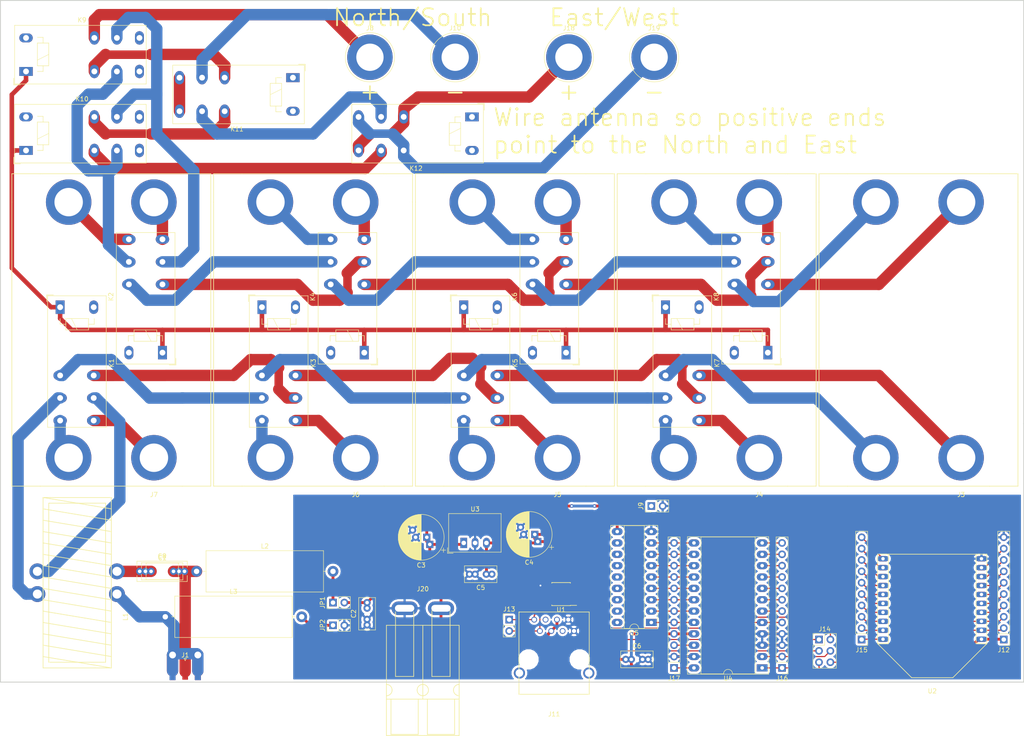
<source format=kicad_pcb>
(kicad_pcb (version 20171130) (host pcbnew 5.0.2-bee76a0~70~ubuntu16.04.1)
  (layers (0 F.Cu signal) (31 B.Cu signal) (34 B.Paste user) (35 F.Paste user) (36 B.SilkS user) (37 F.SilkS user) (38 B.Mask user) (39 F.Mask user) (44 Edge.Cuts user))
  (net 0 "")
  (net 1 "Net-(C1-Pad1)")
  (net 2 "Net-(C1-Pad2)")
  (net 3 GND)
  (net 4 +12V)
  (net 5 +3V3)
  (net 6 "Net-(J1-Pad2)")
  (net 7 ModIn1+)
  (net 8 ModIn1-)
  (net 9 ModOut1+)
  (net 10 ModOut1-)
  (net 11 ModIn2+)
  (net 12 ModIn2-)
  (net 13 ModOut2+)
  (net 14 ModOut2-)
  (net 15 ModOut3-)
  (net 16 ModOut3+)
  (net 17 ModIn3-)
  (net 18 ModIn3+)
  (net 19 ModIn4+)
  (net 20 ModIn4-)
  (net 21 ModOut4+)
  (net 22 ModOut4-)
  (net 23 ModOut5-)
  (net 24 ModOut5+)
  (net 25 ModIn5-)
  (net 26 ModIn5+)
  (net 27 "Net-(J8-Pad1)")
  (net 28 EWReverse)
  (net 29 "Net-(J10-Pad1)")
  (net 30 "Net-(J11-PadSH)")
  (net 31 "Net-(J11-Pad6)")
  (net 32 "Net-(J11-Pad3)")
  (net 33 "Net-(J11-Pad2)")
  (net 34 "Net-(J11-Pad1)")
  (net 35 TxXBee)
  (net 36 RxXBee)
  (net 37 "Net-(J12-Pad4)")
  (net 38 "Net-(J12-Pad5)")
  (net 39 "Net-(J12-Pad6)")
  (net 40 "Net-(J12-Pad7)")
  (net 41 "Net-(J12-Pad8)")
  (net 42 "Net-(J12-Pad9)")
  (net 43 Tx485)
  (net 44 Rx485)
  (net 45 RxMicro)
  (net 46 TxMicro)
  (net 47 "Net-(J15-Pad10)")
  (net 48 "Net-(J15-Pad9)")
  (net 49 "Net-(J15-Pad8)")
  (net 50 "Net-(J15-Pad7)")
  (net 51 "Net-(J15-Pad6)")
  (net 52 "Net-(J15-Pad5)")
  (net 53 "Net-(J15-Pad4)")
  (net 54 "Net-(J15-Pad3)")
  (net 55 "Net-(J15-Pad2)")
  (net 56 "Net-(J15-Pad1)")
  (net 57 "Net-(J16-Pad12)")
  (net 58 "Net-(J16-Pad11)")
  (net 59 "Net-(J16-Pad10)")
  (net 60 "Net-(J16-Pad9)")
  (net 61 "Net-(J16-Pad8)")
  (net 62 "Net-(J16-Pad7)")
  (net 63 "Net-(J16-Pad6)")
  (net 64 TxEn485)
  (net 65 "Net-(J17-Pad1)")
  (net 66 Reset)
  (net 67 "Net-(J17-Pad5)")
  (net 68 "Net-(J17-Pad6)")
  (net 69 "Net-(J17-Pad7)")
  (net 70 "Net-(J17-Pad8)")
  (net 71 "Net-(J17-Pad9)")
  (net 72 "Net-(J17-Pad10)")
  (net 73 "Net-(J17-Pad11)")
  (net 74 "Net-(J17-Pad12)")
  (net 75 "Net-(J18-Pad1)")
  (net 76 "Net-(J19-Pad1)")
  (net 77 Mod5En)
  (net 78 "Net-(K1-Pad11)")
  (net 79 "Net-(K1-Pad22)")
  (net 80 "Net-(K1-Pad12)")
  (net 81 "Net-(K1-Pad21)")
  (net 82 MatchedRFOut+)
  (net 83 "Net-(K2-Pad12)")
  (net 84 "Net-(K2-Pad22)")
  (net 85 MatchedRFOut-)
  (net 86 "Net-(K3-Pad12)")
  (net 87 "Net-(K3-Pad22)")
  (net 88 Mod4En)
  (net 89 "Net-(K4-Pad22)")
  (net 90 "Net-(K4-Pad12)")
  (net 91 Mod3En)
  (net 92 "Net-(K5-Pad22)")
  (net 93 "Net-(K5-Pad12)")
  (net 94 "Net-(K6-Pad22)")
  (net 95 "Net-(K6-Pad12)")
  (net 96 Mod2En)
  (net 97 NSDisable)
  (net 98 "Net-(K9-Pad24)")
  (net 99 "Net-(K9-Pad14)")
  (net 100 "Net-(K10-Pad14)")
  (net 101 "Net-(K10-Pad12)")
  (net 102 "Net-(K10-Pad22)")
  (net 103 "Net-(K10-Pad24)")
  (net 104 EWDisable)
  (net 105 SeriesEnable)
  (net 106 "Net-(K11-Pad14)")
  (net 107 "Net-(K11-Pad12)")
  (net 108 "Net-(K11-Pad21)")
  (net 109 "Net-(JP1-Pad1)")
  (net 110 "Net-(JP2-Pad1)")
  (module Libraries:MatchingNetworkModule (layer F.Cu) (at 175.26 133.985 180)
    (fp_text reference J5 (at 0 -8.255 180) (layer F.SilkS))
    (fp_text value "Module 3 Socket")
    (pad 4 thru_hole circle (at 19.05 57.15 180) (size 10.16 10.16) (drill 6.35) (layers *.Cu *.Mask) (net 15 ModOut3-))
    (pad 3 thru_hole circle (at 0 57.15 180) (size 10.16 10.16) (drill 6.35) (layers *.Cu *.Mask) (net 16 ModOut3+))
    (pad 2 thru_hole circle (at 19.05 0 180) (size 10.16 10.16) (drill 6.35) (layers *.Cu *.Mask) (net 17 ModIn3-))
    (pad 1 thru_hole circle (at 0 0 180) (size 10.16 10.16) (drill 6.35) (layers *.Cu *.Mask) (net 18 ModIn3+))
  )
  (module Libraries:MatchingNetworkModule (layer F.Cu) (at 85.09 133.985 180)
    (fp_text reference J7 (at 0 -8.255 180) (layer F.SilkS))
    (fp_text value "Module 5 Socket")
    (pad 4 thru_hole circle (at 19.05 57.15 180) (size 10.16 10.16) (drill 6.35) (layers *.Cu *.Mask) (net 23 ModOut5-))
    (pad 3 thru_hole circle (at 0 57.15 180) (size 10.16 10.16) (drill 6.35) (layers *.Cu *.Mask) (net 24 ModOut5+))
    (pad 2 thru_hole circle (at 19.05 0 180) (size 10.16 10.16) (drill 6.35) (layers *.Cu *.Mask) (net 25 ModIn5-))
    (pad 1 thru_hole circle (at 0 0 180) (size 10.16 10.16) (drill 6.35) (layers *.Cu *.Mask) (net 26 ModIn5+))
  )
  (module Libraries:MatchingNetworkModule (layer F.Cu) (at 130.175 133.985 180)
    (fp_text reference J6 (at 0 -8.255 180) (layer F.SilkS))
    (fp_text value "Module 4 Socket")
    (pad 1 thru_hole circle (at 0 0 180) (size 10.16 10.16) (drill 6.35) (layers *.Cu *.Mask) (net 19 ModIn4+))
    (pad 2 thru_hole circle (at 19.05 0 180) (size 10.16 10.16) (drill 6.35) (layers *.Cu *.Mask) (net 20 ModIn4-))
    (pad 3 thru_hole circle (at 0 57.15 180) (size 10.16 10.16) (drill 6.35) (layers *.Cu *.Mask) (net 21 ModOut4+))
    (pad 4 thru_hole circle (at 19.05 57.15 180) (size 10.16 10.16) (drill 6.35) (layers *.Cu *.Mask) (net 22 ModOut4-))
  )
  (module Libraries:Balun-FT140 (layer F.Cu) (at 67.945 161.925 270)
    (fp_text reference L1 (at 7.62 -10.795 270) (layer F.SilkS))
    (fp_text value "1:1 Balun")
    (pad 3 thru_hole circle (at 2.54 -8.89 270) (size 3.556 3.556) (drill 2.032) (layers *.Cu *.Mask) (net 6 "Net-(J1-Pad2)"))
    (pad 4 thru_hole circle (at 2.54 8.89 270) (size 3.556 3.556) (drill 2.032) (layers *.Cu *.Mask) (net 78 "Net-(K1-Pad11)"))
    (pad 2 thru_hole circle (at -2.54 8.89 270) (size 3.556 3.556) (drill 2.032) (layers *.Cu *.Mask) (net 81 "Net-(K1-Pad21)"))
    (pad 1 thru_hole circle (at -2.54 -8.89 270) (size 3.556 3.556) (drill 2.032) (layers *.Cu *.Mask) (net 1 "Net-(C1-Pad1)"))
  )
  (module Capacitor_THT:C_Rect_L7.0mm_W3.5mm_P5.00mm (layer F.Cu) (at 84.455 159.385)
    (fp_text reference C1 (at 2.5 -3) (layer F.SilkS))
    (fp_text value .1uF)
    (pad 1 thru_hole circle (at 0 0) (size 1.6 1.6) (drill 0.8) (layers *.Cu *.Mask) (net 1 "Net-(C1-Pad1)"))
    (pad 2 thru_hole circle (at 5 0) (size 1.6 1.6) (drill 0.8) (layers *.Cu *.Mask) (net 2 "Net-(C1-Pad2)"))
  )
  (module Capacitor_THT:C_Rect_L7.0mm_W3.5mm_P2.50mm_P5.00mm (layer F.Cu) (at 132.715 171.37 90)
    (fp_text reference C2 (at 2.5 -3 90) (layer F.SilkS))
    (fp_text value .1uF)
    (pad 1 thru_hole circle (at 1.25 0 90) (size 1.6 1.6) (drill 0.8) (layers *.Cu *.Mask) (net 3 GND))
    (pad 2 thru_hole circle (at 3.75 0 90) (size 1.6 1.6) (drill 0.8) (layers *.Cu *.Mask) (net 4 +12V))
    (pad 1 thru_hole circle (at 0 0 90) (size 1.6 1.6) (drill 0.8) (layers *.Cu *.Mask) (net 3 GND))
    (pad 2 thru_hole circle (at 5 0 90) (size 1.6 1.6) (drill 0.8) (layers *.Cu *.Mask) (net 4 +12V))
  )
  (module Capacitor_THT:CP_Radial_D10.0mm_P2.50mm_P5.00mm (layer F.Cu) (at 146.05 151.765 180)
    (fp_text reference C3 (at 1.25 -6.25 180) (layer F.SilkS))
    (fp_text value 100uF)
    (pad 1 thru_hole rect (at 0 0 180) (size 1.6 1.6) (drill 0.8) (layers *.Cu *.Mask) (net 4 +12V))
    (pad 2 thru_hole circle (at 2.5 0 180) (size 1.6 1.6) (drill 0.8) (layers *.Cu *.Mask) (net 3 GND))
    (pad 1 thru_hole rect (at -0.670937 -1.6 180) (size 1.6 1.6) (drill 0.8) (layers *.Cu *.Mask) (net 4 +12V))
    (pad 2 thru_hole circle (at 3.170937 1.6 180) (size 1.6 1.6) (drill 0.8) (layers *.Cu *.Mask) (net 3 GND))
  )
  (module Capacitor_THT:CP_Radial_D10.0mm_P2.50mm_P5.00mm (layer F.Cu) (at 170.18 151.13 180)
    (fp_text reference C4 (at 1.25 -6.25 180) (layer F.SilkS))
    (fp_text value 100uF)
    (pad 2 thru_hole circle (at 3.170937 1.6 180) (size 1.6 1.6) (drill 0.8) (layers *.Cu *.Mask) (net 3 GND))
    (pad 1 thru_hole rect (at -0.670937 -1.6 180) (size 1.6 1.6) (drill 0.8) (layers *.Cu *.Mask) (net 5 +3V3))
    (pad 2 thru_hole circle (at 2.5 0 180) (size 1.6 1.6) (drill 0.8) (layers *.Cu *.Mask) (net 3 GND))
    (pad 1 thru_hole rect (at 0 0 180) (size 1.6 1.6) (drill 0.8) (layers *.Cu *.Mask) (net 5 +3V3))
  )
  (module Capacitor_THT:C_Rect_L7.0mm_W3.5mm_P2.50mm_P5.00mm (layer F.Cu) (at 160.595 160.02 180)
    (fp_text reference C5 (at 2.5 -3 180) (layer F.SilkS))
    (fp_text value .1uF)
    (pad 1 thru_hole circle (at 1.25 0 180) (size 1.6 1.6) (drill 0.8) (layers *.Cu *.Mask) (net 5 +3V3))
    (pad 2 thru_hole circle (at 3.75 0 180) (size 1.6 1.6) (drill 0.8) (layers *.Cu *.Mask) (net 3 GND))
    (pad 1 thru_hole circle (at 0 0 180) (size 1.6 1.6) (drill 0.8) (layers *.Cu *.Mask) (net 5 +3V3))
    (pad 2 thru_hole circle (at 5 0 180) (size 1.6 1.6) (drill 0.8) (layers *.Cu *.Mask) (net 3 GND))
  )
  (module Capacitor_THT:C_Rect_L7.0mm_W3.5mm_P2.50mm_P5.00mm (layer F.Cu) (at 190.5 179.07)
    (fp_text reference C6 (at 2.5 -3) (layer F.SilkS))
    (fp_text value .1uF)
    (pad 2 thru_hole circle (at 5 0) (size 1.6 1.6) (drill 0.8) (layers *.Cu *.Mask) (net 3 GND))
    (pad 1 thru_hole circle (at 0 0) (size 1.6 1.6) (drill 0.8) (layers *.Cu *.Mask) (net 5 +3V3))
    (pad 2 thru_hole circle (at 3.75 0) (size 1.6 1.6) (drill 0.8) (layers *.Cu *.Mask) (net 3 GND))
    (pad 1 thru_hole circle (at 1.25 0) (size 1.6 1.6) (drill 0.8) (layers *.Cu *.Mask) (net 5 +3V3))
  )
  (module Capacitor_THT:C_Rect_L9.0mm_W3.6mm_P7.50mm_MKT (layer F.Cu) (at 83.185 159.385)
    (fp_text reference C7 (at 3.75 -3.05) (layer F.SilkS))
    (fp_text value .1uF)
    (pad 1 thru_hole circle (at 0 0) (size 1.6 1.6) (drill 0.8) (layers *.Cu *.Mask) (net 1 "Net-(C1-Pad1)"))
    (pad 2 thru_hole circle (at 7.5 0) (size 1.6 1.6) (drill 0.8) (layers *.Cu *.Mask) (net 2 "Net-(C1-Pad2)"))
  )
  (module Capacitor_THT:C_Rect_L11.0mm_W4.3mm_P10.00mm_MKT (layer F.Cu) (at 81.915 159.385)
    (fp_text reference C8 (at 5 -3.4) (layer F.SilkS))
    (fp_text value .1uF)
    (pad 1 thru_hole circle (at 0 0) (size 1.6 1.6) (drill 0.8) (layers *.Cu *.Mask) (net 1 "Net-(C1-Pad1)"))
    (pad 2 thru_hole circle (at 10 0) (size 1.6 1.6) (drill 0.8) (layers *.Cu *.Mask) (net 2 "Net-(C1-Pad2)"))
  )
  (module Libraries:MatchingNetworkModule (layer F.Cu) (at 265.43 133.985 180)
    (fp_text reference J3 (at 0 -8.255 180) (layer F.SilkS))
    (fp_text value "Module 1 Socket")
    (pad 1 thru_hole circle (at 0 0 180) (size 10.16 10.16) (drill 6.35) (layers *.Cu *.Mask) (net 7 ModIn1+))
    (pad 2 thru_hole circle (at 19.05 0 180) (size 10.16 10.16) (drill 6.35) (layers *.Cu *.Mask) (net 8 ModIn1-))
    (pad 3 thru_hole circle (at 0 57.15 180) (size 10.16 10.16) (drill 6.35) (layers *.Cu *.Mask) (net 9 ModOut1+))
    (pad 4 thru_hole circle (at 19.05 57.15 180) (size 10.16 10.16) (drill 6.35) (layers *.Cu *.Mask) (net 10 ModOut1-))
  )
  (module Libraries:MatchingNetworkModule (layer F.Cu) (at 220.345 133.985 180)
    (fp_text reference J4 (at 0 -8.255 180) (layer F.SilkS))
    (fp_text value "Module 2 Socket")
    (pad 1 thru_hole circle (at 0 0 180) (size 10.16 10.16) (drill 6.35) (layers *.Cu *.Mask) (net 11 ModIn2+))
    (pad 2 thru_hole circle (at 19.05 0 180) (size 10.16 10.16) (drill 6.35) (layers *.Cu *.Mask) (net 12 ModIn2-))
    (pad 3 thru_hole circle (at 0 57.15 180) (size 10.16 10.16) (drill 6.35) (layers *.Cu *.Mask) (net 13 ModOut2+))
    (pad 4 thru_hole circle (at 19.05 57.15 180) (size 10.16 10.16) (drill 6.35) (layers *.Cu *.Mask) (net 14 ModOut2-))
  )
  (module Connector:Banana_Jack_1Pin (layer F.Cu) (at 133.35 44.45)
    (fp_text reference J8 (at 0 -6.5) (layer F.SilkS))
    (fp_text value NS+)
    (pad 1 thru_hole circle (at 0 0) (size 10.16 10.16) (drill 6.1) (layers *.Cu *.Mask) (net 27 "Net-(J8-Pad1)"))
  )
  (module Connector_PinHeader_2.54mm:PinHeader_1x02_P2.54mm_Vertical (layer F.Cu) (at 196.215 144.78 90)
    (fp_text reference J9 (at 0 -2.33 90) (layer F.SilkS))
    (fp_text value "Simple Bias Tee Rotation Control")
    (pad 2 thru_hole oval (at 0 2.54 90) (size 1.7 1.7) (drill 1) (layers *.Cu *.Mask) (net 3 GND))
    (pad 1 thru_hole rect (at 0 0 90) (size 1.7 1.7) (drill 1) (layers *.Cu *.Mask) (net 28 EWReverse))
  )
  (module Connector:Banana_Jack_1Pin (layer F.Cu) (at 152.4 44.45)
    (fp_text reference J10 (at 0 -6.5) (layer F.SilkS))
    (fp_text value NS-)
    (pad 1 thru_hole circle (at 0 0) (size 10.16 10.16) (drill 6.1) (layers *.Cu *.Mask) (net 29 "Net-(J10-Pad1)"))
  )
  (module Libraries:RJ-45 (layer F.Cu) (at 174.495 186.87 180)
    (fp_text reference J11 (at 0 -4.445 180) (layer F.SilkS))
    (fp_text value 8P8C_Shielded)
    (pad 5 thru_hole circle (at -0.635 16.69 180) (size 1.3 1.3) (drill 0.9) (layers *.Cu *.Mask) (net 4 +12V))
    (pad "" np_thru_hole circle (at -5.715 7.8 180) (size 3.5 3.5) (drill 3.5) (layers *.Cu))
    (pad "" np_thru_hole circle (at 5.715 7.8 180) (size 3.5 3.5) (drill 3.5) (layers *.Cu))
    (pad SH thru_hole circle (at 7.75 4.75 180) (size 2.5 2.5) (drill 1.7) (layers *.Cu *.Mask) (net 30 "Net-(J11-PadSH)"))
    (pad SH thru_hole circle (at -7.75 4.75 180) (size 2.5 2.5) (drill 1.7) (layers *.Cu *.Mask) (net 30 "Net-(J11-PadSH)"))
    (pad 6 thru_hole circle (at -1.905 14.15 180) (size 1.3 1.3) (drill 0.9) (layers *.Cu *.Mask) (net 31 "Net-(J11-Pad6)"))
    (pad 7 thru_hole circle (at -3.175 16.69 180) (size 1.3 1.3) (drill 0.9) (layers *.Cu *.Mask) (net 3 GND))
    (pad 8 thru_hole circle (at -4.445 14.15 180) (size 1.3 1.3) (drill 0.9) (layers *.Cu *.Mask) (net 3 GND))
    (pad 4 thru_hole circle (at 0.635 14.15 180) (size 1.3 1.3) (drill 0.9) (layers *.Cu *.Mask) (net 4 +12V))
    (pad 3 thru_hole circle (at 1.905 16.69 180) (size 1.3 1.3) (drill 0.9) (layers *.Cu *.Mask) (net 32 "Net-(J11-Pad3)"))
    (pad 2 thru_hole circle (at 3.175 14.15 180) (size 1.3 1.3) (drill 0.9) (layers *.Cu *.Mask) (net 33 "Net-(J11-Pad2)"))
    (pad 1 thru_hole circle (at 4.445 16.69 180) (size 1.3 1.3) (drill 0.9) (layers *.Cu *.Mask) (net 34 "Net-(J11-Pad1)"))
  )
  (module Connector_PinHeader_2.54mm:PinHeader_1x10_P2.54mm_Vertical (layer F.Cu) (at 274.955 174.625 180)
    (fp_text reference J12 (at 0 -2.33 180) (layer F.SilkS))
    (fp_text value "Test Points")
    (pad 1 thru_hole rect (at 0 0 180) (size 1.7 1.7) (drill 1) (layers *.Cu *.Mask) (net 5 +3V3))
    (pad 2 thru_hole oval (at 0 2.54 180) (size 1.7 1.7) (drill 1) (layers *.Cu *.Mask) (net 35 TxXBee))
    (pad 3 thru_hole oval (at 0 5.08 180) (size 1.7 1.7) (drill 1) (layers *.Cu *.Mask) (net 36 RxXBee))
    (pad 4 thru_hole oval (at 0 7.62 180) (size 1.7 1.7) (drill 1) (layers *.Cu *.Mask) (net 37 "Net-(J12-Pad4)"))
    (pad 5 thru_hole oval (at 0 10.16 180) (size 1.7 1.7) (drill 1) (layers *.Cu *.Mask) (net 38 "Net-(J12-Pad5)"))
    (pad 6 thru_hole oval (at 0 12.7 180) (size 1.7 1.7) (drill 1) (layers *.Cu *.Mask) (net 39 "Net-(J12-Pad6)"))
    (pad 7 thru_hole oval (at 0 15.24 180) (size 1.7 1.7) (drill 1) (layers *.Cu *.Mask) (net 40 "Net-(J12-Pad7)"))
    (pad 8 thru_hole oval (at 0 17.78 180) (size 1.7 1.7) (drill 1) (layers *.Cu *.Mask) (net 41 "Net-(J12-Pad8)"))
    (pad 9 thru_hole oval (at 0 20.32 180) (size 1.7 1.7) (drill 1) (layers *.Cu *.Mask) (net 42 "Net-(J12-Pad9)"))
    (pad 10 thru_hole oval (at 0 22.86 180) (size 1.7 1.7) (drill 1) (layers *.Cu *.Mask) (net 3 GND))
  )
  (module Connector_PinHeader_2.54mm:PinHeader_1x02_P2.54mm_Vertical (layer F.Cu) (at 164.465 170.18)
    (fp_text reference J13 (at 0 -2.33) (layer F.SilkS))
    (fp_text value "Test Points")
    (pad 1 thru_hole rect (at 0 0) (size 1.7 1.7) (drill 1) (layers *.Cu *.Mask) (net 34 "Net-(J11-Pad1)"))
    (pad 2 thru_hole oval (at 0 2.54) (size 1.7 1.7) (drill 1) (layers *.Cu *.Mask) (net 33 "Net-(J11-Pad2)"))
  )
  (module Connector_PinHeader_2.54mm:PinHeader_2x03_P2.54mm_Vertical (layer F.Cu) (at 233.68 174.625)
    (fp_text reference J14 (at 1.27 -2.33) (layer F.SilkS))
    (fp_text value "RS-485 vs XBee")
    (pad 1 thru_hole rect (at 0 0) (size 1.7 1.7) (drill 1) (layers *.Cu *.Mask) (net 43 Tx485))
    (pad 2 thru_hole oval (at 2.54 0) (size 1.7 1.7) (drill 1) (layers *.Cu *.Mask) (net 44 Rx485))
    (pad 3 thru_hole oval (at 0 2.54) (size 1.7 1.7) (drill 1) (layers *.Cu *.Mask) (net 45 RxMicro))
    (pad 4 thru_hole oval (at 2.54 2.54) (size 1.7 1.7) (drill 1) (layers *.Cu *.Mask) (net 46 TxMicro))
    (pad 5 thru_hole oval (at 0 5.08) (size 1.7 1.7) (drill 1) (layers *.Cu *.Mask) (net 35 TxXBee))
    (pad 6 thru_hole oval (at 2.54 5.08) (size 1.7 1.7) (drill 1) (layers *.Cu *.Mask) (net 36 RxXBee))
  )
  (module Connector_PinHeader_2.54mm:PinHeader_1x10_P2.54mm_Vertical (layer F.Cu) (at 243.205 174.625 180)
    (fp_text reference J15 (at 0 -2.33 180) (layer F.SilkS))
    (fp_text value "Test Points")
    (pad 10 thru_hole oval (at 0 22.86 180) (size 1.7 1.7) (drill 1) (layers *.Cu *.Mask) (net 47 "Net-(J15-Pad10)"))
    (pad 9 thru_hole oval (at 0 20.32 180) (size 1.7 1.7) (drill 1) (layers *.Cu *.Mask) (net 48 "Net-(J15-Pad9)"))
    (pad 8 thru_hole oval (at 0 17.78 180) (size 1.7 1.7) (drill 1) (layers *.Cu *.Mask) (net 49 "Net-(J15-Pad8)"))
    (pad 7 thru_hole oval (at 0 15.24 180) (size 1.7 1.7) (drill 1) (layers *.Cu *.Mask) (net 50 "Net-(J15-Pad7)"))
    (pad 6 thru_hole oval (at 0 12.7 180) (size 1.7 1.7) (drill 1) (layers *.Cu *.Mask) (net 51 "Net-(J15-Pad6)"))
    (pad 5 thru_hole oval (at 0 10.16 180) (size 1.7 1.7) (drill 1) (layers *.Cu *.Mask) (net 52 "Net-(J15-Pad5)"))
    (pad 4 thru_hole oval (at 0 7.62 180) (size 1.7 1.7) (drill 1) (layers *.Cu *.Mask) (net 53 "Net-(J15-Pad4)"))
    (pad 3 thru_hole oval (at 0 5.08 180) (size 1.7 1.7) (drill 1) (layers *.Cu *.Mask) (net 54 "Net-(J15-Pad3)"))
    (pad 2 thru_hole oval (at 0 2.54 180) (size 1.7 1.7) (drill 1) (layers *.Cu *.Mask) (net 55 "Net-(J15-Pad2)"))
    (pad 1 thru_hole rect (at 0 0 180) (size 1.7 1.7) (drill 1) (layers *.Cu *.Mask) (net 56 "Net-(J15-Pad1)"))
  )
  (module Connector_PinHeader_2.54mm:PinHeader_1x12_P2.54mm_Vertical (layer F.Cu) (at 225.425 180.975 180)
    (fp_text reference J16 (at 0 -2.33 180) (layer F.SilkS))
    (fp_text value "Test Points")
    (pad 12 thru_hole oval (at 0 27.94 180) (size 1.7 1.7) (drill 1) (layers *.Cu *.Mask) (net 57 "Net-(J16-Pad12)"))
    (pad 11 thru_hole oval (at 0 25.4 180) (size 1.7 1.7) (drill 1) (layers *.Cu *.Mask) (net 58 "Net-(J16-Pad11)"))
    (pad 10 thru_hole oval (at 0 22.86 180) (size 1.7 1.7) (drill 1) (layers *.Cu *.Mask) (net 59 "Net-(J16-Pad10)"))
    (pad 9 thru_hole oval (at 0 20.32 180) (size 1.7 1.7) (drill 1) (layers *.Cu *.Mask) (net 60 "Net-(J16-Pad9)"))
    (pad 8 thru_hole oval (at 0 17.78 180) (size 1.7 1.7) (drill 1) (layers *.Cu *.Mask) (net 61 "Net-(J16-Pad8)"))
    (pad 7 thru_hole oval (at 0 15.24 180) (size 1.7 1.7) (drill 1) (layers *.Cu *.Mask) (net 62 "Net-(J16-Pad7)"))
    (pad 6 thru_hole oval (at 0 12.7 180) (size 1.7 1.7) (drill 1) (layers *.Cu *.Mask) (net 63 "Net-(J16-Pad6)"))
    (pad 5 thru_hole oval (at 0 10.16 180) (size 1.7 1.7) (drill 1) (layers *.Cu *.Mask) (net 64 TxEn485))
    (pad 4 thru_hole oval (at 0 7.62 180) (size 1.7 1.7) (drill 1) (layers *.Cu *.Mask) (net 3 GND))
    (pad 3 thru_hole oval (at 0 5.08 180) (size 1.7 1.7) (drill 1) (layers *.Cu *.Mask) (net 3 GND))
    (pad 2 thru_hole oval (at 0 2.54 180) (size 1.7 1.7) (drill 1) (layers *.Cu *.Mask) (net 45 RxMicro))
    (pad 1 thru_hole rect (at 0 0 180) (size 1.7 1.7) (drill 1) (layers *.Cu *.Mask) (net 46 TxMicro))
  )
  (module Connector_PinHeader_2.54mm:PinHeader_1x12_P2.54mm_Vertical (layer F.Cu) (at 201.295 180.975 180)
    (fp_text reference J17 (at 0 -2.33 180) (layer F.SilkS))
    (fp_text value "Test Points")
    (pad 1 thru_hole rect (at 0 0 180) (size 1.7 1.7) (drill 1) (layers *.Cu *.Mask) (net 65 "Net-(J17-Pad1)"))
    (pad 2 thru_hole oval (at 0 2.54 180) (size 1.7 1.7) (drill 1) (layers *.Cu *.Mask) (net 3 GND))
    (pad 3 thru_hole oval (at 0 5.08 180) (size 1.7 1.7) (drill 1) (layers *.Cu *.Mask) (net 66 Reset))
    (pad 4 thru_hole oval (at 0 7.62 180) (size 1.7 1.7) (drill 1) (layers *.Cu *.Mask) (net 5 +3V3))
    (pad 5 thru_hole oval (at 0 10.16 180) (size 1.7 1.7) (drill 1) (layers *.Cu *.Mask) (net 67 "Net-(J17-Pad5)"))
    (pad 6 thru_hole oval (at 0 12.7 180) (size 1.7 1.7) (drill 1) (layers *.Cu *.Mask) (net 68 "Net-(J17-Pad6)"))
    (pad 7 thru_hole oval (at 0 15.24 180) (size 1.7 1.7) (drill 1) (layers *.Cu *.Mask) (net 69 "Net-(J17-Pad7)"))
    (pad 8 thru_hole oval (at 0 17.78 180) (size 1.7 1.7) (drill 1) (layers *.Cu *.Mask) (net 70 "Net-(J17-Pad8)"))
    (pad 9 thru_hole oval (at 0 20.32 180) (size 1.7 1.7) (drill 1) (layers *.Cu *.Mask) (net 71 "Net-(J17-Pad9)"))
    (pad 10 thru_hole oval (at 0 22.86 180) (size 1.7 1.7) (drill 1) (layers *.Cu *.Mask) (net 72 "Net-(J17-Pad10)"))
    (pad 11 thru_hole oval (at 0 25.4 180) (size 1.7 1.7) (drill 1) (layers *.Cu *.Mask) (net 73 "Net-(J17-Pad11)"))
    (pad 12 thru_hole oval (at 0 27.94 180) (size 1.7 1.7) (drill 1) (layers *.Cu *.Mask) (net 74 "Net-(J17-Pad12)"))
  )
  (module Connector:Banana_Jack_1Pin (layer F.Cu) (at 177.8 44.45)
    (fp_text reference J18 (at 0 -6.5) (layer F.SilkS))
    (fp_text value EW+)
    (pad 1 thru_hole circle (at 0 0) (size 10.16 10.16) (drill 6.1) (layers *.Cu *.Mask) (net 75 "Net-(J18-Pad1)"))
  )
  (module Connector:Banana_Jack_1Pin (layer F.Cu) (at 196.85 44.45)
    (fp_text reference J19 (at 0 -6.5) (layer F.SilkS))
    (fp_text value EW-)
    (pad 1 thru_hole circle (at 0 0) (size 10.16 10.16) (drill 6.1) (layers *.Cu *.Mask) (net 76 "Net-(J19-Pad1)"))
  )
  (module Libraries:AndersonPP45 (layer F.Cu) (at 145.161 167.64 180)
    (fp_text reference J20 (at 0 4.318 180) (layer F.SilkS))
    (fp_text value "+12v Power")
    (pad 1 thru_hole oval (at -4.064 0 180) (size 5.842 3.048) (drill oval 4.318 1.524) (layers *.Cu *.Mask) (net 4 +12V))
    (pad 2 thru_hole oval (at 4.064 0 180) (size 5.842 3.048) (drill oval 4.318 1.524) (layers *.Cu *.Mask) (net 3 GND))
  )
  (module Relay_THT:Relay_DPDT_Schrack-RT2-FormC_RM5mm (layer F.Cu) (at 64.135 100.33 270)
    (fp_text reference K1 (at 12.5 -11.5 270) (layer F.SilkS))
    (fp_text value RT42xxxx)
    (pad A1 thru_hole rect (at 0 0 90) (size 3 2) (drill 1.3) (layers *.Cu *.Mask) (net 4 +12V))
    (pad A2 thru_hole oval (at 0 -7.5 90) (size 3 2) (drill 1.3) (layers *.Cu *.Mask) (net 77 Mod5En))
    (pad 11 thru_hole oval (at 20.3 0 90) (size 2 3) (drill 1.3) (layers *.Cu *.Mask) (net 78 "Net-(K1-Pad11)"))
    (pad 24 thru_hole oval (at 25.34 -7.5 90) (size 2 3) (drill 1.3) (layers *.Cu *.Mask) (net 26 ModIn5+))
    (pad 22 thru_hole oval (at 15.26 -7.5 90) (size 2 3) (drill 1.3) (layers *.Cu *.Mask) (net 79 "Net-(K1-Pad22)"))
    (pad 12 thru_hole oval (at 15.26 0 90) (size 2 3) (drill 1.3) (layers *.Cu *.Mask) (net 80 "Net-(K1-Pad12)"))
    (pad 21 thru_hole oval (at 20.3 -7.5 90) (size 2 3) (drill 1.3) (layers *.Cu *.Mask) (net 81 "Net-(K1-Pad21)"))
    (pad 14 thru_hole oval (at 25.34 0 90) (size 2 3) (drill 1.3) (layers *.Cu *.Mask) (net 25 ModIn5-))
  )
  (module Relay_THT:Relay_DPDT_Schrack-RT2-FormC_RM5mm (layer F.Cu) (at 86.995 110.49 90)
    (fp_text reference K2 (at 12.5 -11.5 90) (layer F.SilkS))
    (fp_text value RT42xxxx)
    (pad 14 thru_hole oval (at 25.34 0 270) (size 2 3) (drill 1.3) (layers *.Cu *.Mask) (net 24 ModOut5+))
    (pad 21 thru_hole oval (at 20.3 -7.5 270) (size 2 3) (drill 1.3) (layers *.Cu *.Mask) (net 85 MatchedRFOut-))
    (pad 12 thru_hole oval (at 15.26 0 270) (size 2 3) (drill 1.3) (layers *.Cu *.Mask) (net 83 "Net-(K2-Pad12)"))
    (pad 22 thru_hole oval (at 15.26 -7.5 270) (size 2 3) (drill 1.3) (layers *.Cu *.Mask) (net 84 "Net-(K2-Pad22)"))
    (pad 24 thru_hole oval (at 25.34 -7.5 270) (size 2 3) (drill 1.3) (layers *.Cu *.Mask) (net 23 ModOut5-))
    (pad 11 thru_hole oval (at 20.3 0 270) (size 2 3) (drill 1.3) (layers *.Cu *.Mask) (net 82 MatchedRFOut+))
    (pad A2 thru_hole oval (at 0 -7.5 270) (size 3 2) (drill 1.3) (layers *.Cu *.Mask) (net 77 Mod5En))
    (pad A1 thru_hole rect (at 0 0 270) (size 3 2) (drill 1.3) (layers *.Cu *.Mask) (net 4 +12V))
  )
  (module Relay_THT:Relay_DPDT_Schrack-RT2-FormC_RM5mm (layer F.Cu) (at 109.22 100.33 270)
    (fp_text reference K3 (at 12.5 -11.5 270) (layer F.SilkS))
    (fp_text value RT42xxxx)
    (pad 14 thru_hole oval (at 25.34 0 90) (size 2 3) (drill 1.3) (layers *.Cu *.Mask) (net 20 ModIn4-))
    (pad 21 thru_hole oval (at 20.3 -7.5 90) (size 2 3) (drill 1.3) (layers *.Cu *.Mask) (net 79 "Net-(K1-Pad22)"))
    (pad 12 thru_hole oval (at 15.26 0 90) (size 2 3) (drill 1.3) (layers *.Cu *.Mask) (net 86 "Net-(K3-Pad12)"))
    (pad 22 thru_hole oval (at 15.26 -7.5 90) (size 2 3) (drill 1.3) (layers *.Cu *.Mask) (net 87 "Net-(K3-Pad22)"))
    (pad 24 thru_hole oval (at 25.34 -7.5 90) (size 2 3) (drill 1.3) (layers *.Cu *.Mask) (net 19 ModIn4+))
    (pad 11 thru_hole oval (at 20.3 0 90) (size 2 3) (drill 1.3) (layers *.Cu *.Mask) (net 80 "Net-(K1-Pad12)"))
    (pad A2 thru_hole oval (at 0 -7.5 90) (size 3 2) (drill 1.3) (layers *.Cu *.Mask) (net 88 Mod4En))
    (pad A1 thru_hole rect (at 0 0 90) (size 3 2) (drill 1.3) (layers *.Cu *.Mask) (net 4 +12V))
  )
  (module Relay_THT:Relay_DPDT_Schrack-RT2-FormC_RM5mm (layer F.Cu) (at 132.08 110.49 90)
    (fp_text reference K4 (at 12.5 -11.5 90) (layer F.SilkS))
    (fp_text value RT42xxxx)
    (pad A1 thru_hole rect (at 0 0 270) (size 3 2) (drill 1.3) (layers *.Cu *.Mask) (net 4 +12V))
    (pad A2 thru_hole oval (at 0 -7.5 270) (size 3 2) (drill 1.3) (layers *.Cu *.Mask) (net 88 Mod4En))
    (pad 11 thru_hole oval (at 20.3 0 270) (size 2 3) (drill 1.3) (layers *.Cu *.Mask) (net 83 "Net-(K2-Pad12)"))
    (pad 24 thru_hole oval (at 25.34 -7.5 270) (size 2 3) (drill 1.3) (layers *.Cu *.Mask) (net 22 ModOut4-))
    (pad 22 thru_hole oval (at 15.26 -7.5 270) (size 2 3) (drill 1.3) (layers *.Cu *.Mask) (net 89 "Net-(K4-Pad22)"))
    (pad 12 thru_hole oval (at 15.26 0 270) (size 2 3) (drill 1.3) (layers *.Cu *.Mask) (net 90 "Net-(K4-Pad12)"))
    (pad 21 thru_hole oval (at 20.3 -7.5 270) (size 2 3) (drill 1.3) (layers *.Cu *.Mask) (net 84 "Net-(K2-Pad22)"))
    (pad 14 thru_hole oval (at 25.34 0 270) (size 2 3) (drill 1.3) (layers *.Cu *.Mask) (net 21 ModOut4+))
  )
  (module Relay_THT:Relay_DPDT_Schrack-RT2-FormC_RM5mm (layer F.Cu) (at 154.305 100.33 270)
    (fp_text reference K5 (at 12.5 -11.5 270) (layer F.SilkS))
    (fp_text value RT42xxxx)
    (pad A1 thru_hole rect (at 0 0 90) (size 3 2) (drill 1.3) (layers *.Cu *.Mask) (net 4 +12V))
    (pad A2 thru_hole oval (at 0 -7.5 90) (size 3 2) (drill 1.3) (layers *.Cu *.Mask) (net 91 Mod3En))
    (pad 11 thru_hole oval (at 20.3 0 90) (size 2 3) (drill 1.3) (layers *.Cu *.Mask) (net 86 "Net-(K3-Pad12)"))
    (pad 24 thru_hole oval (at 25.34 -7.5 90) (size 2 3) (drill 1.3) (layers *.Cu *.Mask) (net 18 ModIn3+))
    (pad 22 thru_hole oval (at 15.26 -7.5 90) (size 2 3) (drill 1.3) (layers *.Cu *.Mask) (net 92 "Net-(K5-Pad22)"))
    (pad 12 thru_hole oval (at 15.26 0 90) (size 2 3) (drill 1.3) (layers *.Cu *.Mask) (net 93 "Net-(K5-Pad12)"))
    (pad 21 thru_hole oval (at 20.3 -7.5 90) (size 2 3) (drill 1.3) (layers *.Cu *.Mask) (net 87 "Net-(K3-Pad22)"))
    (pad 14 thru_hole oval (at 25.34 0 90) (size 2 3) (drill 1.3) (layers *.Cu *.Mask) (net 17 ModIn3-))
  )
  (module Relay_THT:Relay_DPDT_Schrack-RT2-FormC_RM5mm (layer F.Cu) (at 177.165 110.49 90)
    (fp_text reference K6 (at 12.5 -11.5 90) (layer F.SilkS))
    (fp_text value RT42xxxx)
    (pad A1 thru_hole rect (at 0 0 270) (size 3 2) (drill 1.3) (layers *.Cu *.Mask) (net 4 +12V))
    (pad A2 thru_hole oval (at 0 -7.5 270) (size 3 2) (drill 1.3) (layers *.Cu *.Mask) (net 91 Mod3En))
    (pad 11 thru_hole oval (at 20.3 0 270) (size 2 3) (drill 1.3) (layers *.Cu *.Mask) (net 90 "Net-(K4-Pad12)"))
    (pad 24 thru_hole oval (at 25.34 -7.5 270) (size 2 3) (drill 1.3) (layers *.Cu *.Mask) (net 15 ModOut3-))
    (pad 22 thru_hole oval (at 15.26 -7.5 270) (size 2 3) (drill 1.3) (layers *.Cu *.Mask) (net 94 "Net-(K6-Pad22)"))
    (pad 12 thru_hole oval (at 15.26 0 270) (size 2 3) (drill 1.3) (layers *.Cu *.Mask) (net 95 "Net-(K6-Pad12)"))
    (pad 21 thru_hole oval (at 20.3 -7.5 270) (size 2 3) (drill 1.3) (layers *.Cu *.Mask) (net 89 "Net-(K4-Pad22)"))
    (pad 14 thru_hole oval (at 25.34 0 270) (size 2 3) (drill 1.3) (layers *.Cu *.Mask) (net 16 ModOut3+))
  )
  (module Relay_THT:Relay_DPDT_Schrack-RT2-FormC_RM5mm (layer F.Cu) (at 199.39 100.33 270)
    (fp_text reference K7 (at 12.5 -11.5 270) (layer F.SilkS))
    (fp_text value RT42xxxx)
    (pad 14 thru_hole oval (at 25.34 0 90) (size 2 3) (drill 1.3) (layers *.Cu *.Mask) (net 12 ModIn2-))
    (pad 21 thru_hole oval (at 20.3 -7.5 90) (size 2 3) (drill 1.3) (layers *.Cu *.Mask) (net 92 "Net-(K5-Pad22)"))
    (pad 12 thru_hole oval (at 15.26 0 90) (size 2 3) (drill 1.3) (layers *.Cu *.Mask) (net 8 ModIn1-))
    (pad 22 thru_hole oval (at 15.26 -7.5 90) (size 2 3) (drill 1.3) (layers *.Cu *.Mask) (net 7 ModIn1+))
    (pad 24 thru_hole oval (at 25.34 -7.5 90) (size 2 3) (drill 1.3) (layers *.Cu *.Mask) (net 11 ModIn2+))
    (pad 11 thru_hole oval (at 20.3 0 90) (size 2 3) (drill 1.3) (layers *.Cu *.Mask) (net 93 "Net-(K5-Pad12)"))
    (pad A2 thru_hole oval (at 0 -7.5 90) (size 3 2) (drill 1.3) (layers *.Cu *.Mask) (net 96 Mod2En))
    (pad A1 thru_hole rect (at 0 0 90) (size 3 2) (drill 1.3) (layers *.Cu *.Mask) (net 4 +12V))
  )
  (module Relay_THT:Relay_DPDT_Schrack-RT2-FormC_RM5mm (layer F.Cu) (at 222.25 110.49 90)
    (fp_text reference K8 (at 12.5 -11.5 90) (layer F.SilkS))
    (fp_text value RT42xxxx)
    (pad 14 thru_hole oval (at 25.34 0 270) (size 2 3) (drill 1.3) (layers *.Cu *.Mask) (net 13 ModOut2+))
    (pad 21 thru_hole oval (at 20.3 -7.5 270) (size 2 3) (drill 1.3) (layers *.Cu *.Mask) (net 94 "Net-(K6-Pad22)"))
    (pad 12 thru_hole oval (at 15.26 0 270) (size 2 3) (drill 1.3) (layers *.Cu *.Mask) (net 9 ModOut1+))
    (pad 22 thru_hole oval (at 15.26 -7.5 270) (size 2 3) (drill 1.3) (layers *.Cu *.Mask) (net 10 ModOut1-))
    (pad 24 thru_hole oval (at 25.34 -7.5 270) (size 2 3) (drill 1.3) (layers *.Cu *.Mask) (net 14 ModOut2-))
    (pad 11 thru_hole oval (at 20.3 0 270) (size 2 3) (drill 1.3) (layers *.Cu *.Mask) (net 95 "Net-(K6-Pad12)"))
    (pad A2 thru_hole oval (at 0 -7.5 270) (size 3 2) (drill 1.3) (layers *.Cu *.Mask) (net 96 Mod2En))
    (pad A1 thru_hole rect (at 0 0 270) (size 3 2) (drill 1.3) (layers *.Cu *.Mask) (net 4 +12V))
  )
  (module Relay_THT:Relay_DPDT_Schrack-RT2-FormC_RM5mm (layer F.Cu) (at 56.515 47.625)
    (fp_text reference K9 (at 12.5 -11.5) (layer F.SilkS))
    (fp_text value "N/S Disable")
    (pad A1 thru_hole rect (at 0 0 180) (size 3 2) (drill 1.3) (layers *.Cu *.Mask) (net 4 +12V))
    (pad A2 thru_hole oval (at 0 -7.5 180) (size 3 2) (drill 1.3) (layers *.Cu *.Mask) (net 97 NSDisable))
    (pad 11 thru_hole oval (at 20.3 0 180) (size 2 3) (drill 1.3) (layers *.Cu *.Mask) (net 85 MatchedRFOut-))
    (pad 24 thru_hole oval (at 25.34 -7.5 180) (size 2 3) (drill 1.3) (layers *.Cu *.Mask) (net 98 "Net-(K9-Pad24)"))
    (pad 22 thru_hole oval (at 15.26 -7.5 180) (size 2 3) (drill 1.3) (layers *.Cu *.Mask) (net 27 "Net-(J8-Pad1)"))
    (pad 12 thru_hole oval (at 15.26 0 180) (size 2 3) (drill 1.3) (layers *.Cu *.Mask) (net 107 "Net-(K11-Pad12)"))
    (pad 21 thru_hole oval (at 20.3 -7.5 180) (size 2 3) (drill 1.3) (layers *.Cu *.Mask) (net 82 MatchedRFOut+))
    (pad 14 thru_hole oval (at 25.34 0 180) (size 2 3) (drill 1.3) (layers *.Cu *.Mask) (net 99 "Net-(K9-Pad14)"))
  )
  (module Relay_THT:Relay_DPDT_Schrack-RT2-FormC_RM5mm (layer F.Cu) (at 56.515 65.285)
    (fp_text reference K10 (at 12.5 -11.5) (layer F.SilkS))
    (fp_text value "E/W Disable")
    (pad 14 thru_hole oval (at 25.34 0 180) (size 2 3) (drill 1.3) (layers *.Cu *.Mask) (net 100 "Net-(K10-Pad14)"))
    (pad 21 thru_hole oval (at 20.3 -7.5 180) (size 2 3) (drill 1.3) (layers *.Cu *.Mask) (net 82 MatchedRFOut+))
    (pad 12 thru_hole oval (at 15.26 0 180) (size 2 3) (drill 1.3) (layers *.Cu *.Mask) (net 101 "Net-(K10-Pad12)"))
    (pad 22 thru_hole oval (at 15.26 -7.5 180) (size 2 3) (drill 1.3) (layers *.Cu *.Mask) (net 102 "Net-(K10-Pad22)"))
    (pad 24 thru_hole oval (at 25.34 -7.5 180) (size 2 3) (drill 1.3) (layers *.Cu *.Mask) (net 103 "Net-(K10-Pad24)"))
    (pad 11 thru_hole oval (at 20.3 0 180) (size 2 3) (drill 1.3) (layers *.Cu *.Mask) (net 85 MatchedRFOut-))
    (pad A2 thru_hole oval (at 0 -7.5 180) (size 3 2) (drill 1.3) (layers *.Cu *.Mask) (net 104 EWDisable))
    (pad A1 thru_hole rect (at 0 0 180) (size 3 2) (drill 1.3) (layers *.Cu *.Mask) (net 4 +12V))
  )
  (module Relay_THT:Relay_DPDT_Schrack-RT2-FormC_RM5mm (layer F.Cu) (at 116.145 49.015 180)
    (fp_text reference K11 (at 12.5 -11.5 180) (layer F.SilkS))
    (fp_text value "Series Enable")
    (pad A1 thru_hole rect (at 0 0) (size 3 2) (drill 1.3) (layers *.Cu *.Mask) (net 4 +12V))
    (pad A2 thru_hole oval (at 0 -7.5) (size 3 2) (drill 1.3) (layers *.Cu *.Mask) (net 105 SeriesEnable))
    (pad 11 thru_hole oval (at 20.3 0) (size 2 3) (drill 1.3) (layers *.Cu *.Mask) (net 29 "Net-(J10-Pad1)"))
    (pad 24 thru_hole oval (at 25.34 -7.5) (size 2 3) (drill 1.3) (layers *.Cu *.Mask) (net 106 "Net-(K11-Pad14)"))
    (pad 22 thru_hole oval (at 15.26 -7.5) (size 2 3) (drill 1.3) (layers *.Cu *.Mask) (net 102 "Net-(K10-Pad22)"))
    (pad 12 thru_hole oval (at 15.26 0) (size 2 3) (drill 1.3) (layers *.Cu *.Mask) (net 107 "Net-(K11-Pad12)"))
    (pad 21 thru_hole oval (at 20.3 -7.5) (size 2 3) (drill 1.3) (layers *.Cu *.Mask) (net 108 "Net-(K11-Pad21)"))
    (pad 14 thru_hole oval (at 25.34 0) (size 2 3) (drill 1.3) (layers *.Cu *.Mask) (net 106 "Net-(K11-Pad14)"))
  )
  (module Relay_THT:Relay_DPDT_Schrack-RT2-FormC_RM5mm (layer F.Cu) (at 156.15 57.785 180)
    (fp_text reference K12 (at 12.5 -11.5 180) (layer F.SilkS))
    (fp_text value "E/W Reverse")
    (pad 14 thru_hole oval (at 25.34 0) (size 2 3) (drill 1.3) (layers *.Cu *.Mask) (net 76 "Net-(J19-Pad1)"))
    (pad 21 thru_hole oval (at 20.3 -7.5) (size 2 3) (drill 1.3) (layers *.Cu *.Mask) (net 101 "Net-(K10-Pad12)"))
    (pad 12 thru_hole oval (at 15.26 0) (size 2 3) (drill 1.3) (layers *.Cu *.Mask) (net 75 "Net-(J18-Pad1)"))
    (pad 22 thru_hole oval (at 15.26 -7.5) (size 2 3) (drill 1.3) (layers *.Cu *.Mask) (net 76 "Net-(J19-Pad1)"))
    (pad 24 thru_hole oval (at 25.34 -7.5) (size 2 3) (drill 1.3) (layers *.Cu *.Mask) (net 75 "Net-(J18-Pad1)"))
    (pad 11 thru_hole oval (at 20.3 0) (size 2 3) (drill 1.3) (layers *.Cu *.Mask) (net 108 "Net-(K11-Pad21)"))
    (pad A2 thru_hole oval (at 0 -7.5) (size 3 2) (drill 1.3) (layers *.Cu *.Mask) (net 28 EWReverse))
    (pad A1 thru_hole rect (at 0 0) (size 3 2) (drill 1.3) (layers *.Cu *.Mask) (net 4 +12V))
  )
  (module Inductor_THT:L_Axial_L26.0mm_D9.0mm_P30.48mm_Horizontal_Fastron_77A (layer F.Cu) (at 94.615 159.385)
    (fp_text reference L2 (at 15.24 -5.62) (layer F.SilkS))
    (fp_text value "RF Choke")
    (pad 2 thru_hole oval (at 30.48 0) (size 2.4 2.4) (drill 1.2) (layers *.Cu *.Mask) (net 109 "Net-(JP1-Pad1)"))
    (pad 1 thru_hole circle (at 0 0) (size 2.4 2.4) (drill 1.2) (layers *.Cu *.Mask) (net 2 "Net-(C1-Pad2)"))
  )
  (module Inductor_THT:L_Axial_L26.0mm_D9.0mm_P30.48mm_Horizontal_Fastron_77A (layer F.Cu) (at 87.63 169.545)
    (fp_text reference L3 (at 15.24 -5.62) (layer F.SilkS))
    (fp_text value "RF Choke")
    (pad 1 thru_hole circle (at 0 0) (size 2.4 2.4) (drill 1.2) (layers *.Cu *.Mask) (net 6 "Net-(J1-Pad2)"))
    (pad 2 thru_hole oval (at 30.48 0) (size 2.4 2.4) (drill 1.2) (layers *.Cu *.Mask) (net 110 "Net-(JP2-Pad1)"))
  )
  (module Package_SO:SOIC-8_3.9x4.9mm_P1.27mm (layer F.Cu) (at 176.055 164.465 180)
    (fp_text reference U1 (at 0 -3.5 180) (layer F.SilkS))
    (fp_text value SN65HVD10-EP)
    (pad 1 smd rect (at -2.7 -1.905 180) (size 1.55 0.6) (layers F.Cu F.Paste F.Mask) (net 43 Tx485))
    (pad 2 smd rect (at -2.7 -0.635 180) (size 1.55 0.6) (layers F.Cu F.Paste F.Mask) (net 64 TxEn485))
    (pad 3 smd rect (at -2.7 0.635 180) (size 1.55 0.6) (layers F.Cu F.Paste F.Mask) (net 64 TxEn485))
    (pad 4 smd rect (at -2.7 1.905 180) (size 1.55 0.6) (layers F.Cu F.Paste F.Mask) (net 44 Rx485))
    (pad 5 smd rect (at 2.7 1.905 180) (size 1.55 0.6) (layers F.Cu F.Paste F.Mask) (net 3 GND))
    (pad 6 smd rect (at 2.7 0.635 180) (size 1.55 0.6) (layers F.Cu F.Paste F.Mask) (net 34 "Net-(J11-Pad1)"))
    (pad 7 smd rect (at 2.7 -0.635 180) (size 1.55 0.6) (layers F.Cu F.Paste F.Mask) (net 33 "Net-(J11-Pad2)"))
    (pad 8 smd rect (at 2.7 -1.905 180) (size 1.55 0.6) (layers F.Cu F.Paste F.Mask) (net 5 +3V3))
  )
  (module Libraries:XBeeModule (layer F.Cu) (at 258.97768 174.557447 180)
    (fp_text reference U2 (at 0 -11.6 180) (layer F.SilkS))
    (fp_text value XBeeModule)
    (pad 1 thru_hole oval (at -11 0 180) (size 2.5 1.2) (drill 0.762) (layers *.Cu *.Mask) (net 5 +3V3))
    (pad 2 thru_hole oval (at -11 2 180) (size 2.5 1.2) (drill 0.762) (layers *.Cu *.Mask) (net 35 TxXBee))
    (pad 3 thru_hole oval (at -11 4 180) (size 2.5 1.2) (drill 0.762) (layers *.Cu *.Mask) (net 36 RxXBee))
    (pad 4 thru_hole oval (at -11 6 180) (size 2.5 1.2) (drill 0.762) (layers *.Cu *.Mask) (net 37 "Net-(J12-Pad4)"))
    (pad 5 thru_hole oval (at -11 8 180) (size 2.5 1.2) (drill 0.762) (layers *.Cu *.Mask) (net 38 "Net-(J12-Pad5)"))
    (pad 6 thru_hole oval (at -11 10 180) (size 2.5 1.2) (drill 0.762) (layers *.Cu *.Mask) (net 39 "Net-(J12-Pad6)"))
    (pad 7 thru_hole oval (at -11 12 180) (size 2.5 1.2) (drill 0.762) (layers *.Cu *.Mask) (net 40 "Net-(J12-Pad7)"))
    (pad 8 thru_hole oval (at -11 14 180) (size 2.5 1.2) (drill 0.762) (layers *.Cu *.Mask) (net 41 "Net-(J12-Pad8)"))
    (pad 9 thru_hole oval (at -11 16 180) (size 2.5 1.2) (drill 0.762) (layers *.Cu *.Mask) (net 42 "Net-(J12-Pad9)"))
    (pad 10 thru_hole oval (at -11 18 180) (size 2.5 1.2) (drill 0.762) (layers *.Cu *.Mask) (net 3 GND))
    (pad 11 thru_hole oval (at 11 18 180) (size 2.5 1.2) (drill 0.762) (layers *.Cu *.Mask) (net 47 "Net-(J15-Pad10)"))
    (pad 12 thru_hole oval (at 11 16 180) (size 2.5 1.2) (drill 0.762) (layers *.Cu *.Mask) (net 48 "Net-(J15-Pad9)"))
    (pad 13 thru_hole oval (at 11 14 180) (size 2.5 1.2) (drill 0.762) (layers *.Cu *.Mask) (net 49 "Net-(J15-Pad8)"))
    (pad 14 thru_hole oval (at 11 12 180) (size 2.5 1.2) (drill 0.762) (layers *.Cu *.Mask) (net 50 "Net-(J15-Pad7)"))
    (pad 15 thru_hole oval (at 11 10 180) (size 2.5 1.2) (drill 0.762) (layers *.Cu *.Mask) (net 51 "Net-(J15-Pad6)"))
    (pad 16 thru_hole oval (at 11 8 180) (size 2.5 1.2) (drill 0.762) (layers *.Cu *.Mask) (net 52 "Net-(J15-Pad5)"))
    (pad 17 thru_hole oval (at 11 6 180) (size 2.5 1.2) (drill 0.762) (layers *.Cu *.Mask) (net 53 "Net-(J15-Pad4)"))
    (pad 18 thru_hole oval (at 11 4 180) (size 2.5 1.2) (drill 0.762) (layers *.Cu *.Mask) (net 54 "Net-(J15-Pad3)"))
    (pad 19 thru_hole oval (at 11 2 180) (size 2.5 1.2) (drill 0.762) (layers *.Cu *.Mask) (net 55 "Net-(J15-Pad2)"))
    (pad 20 thru_hole oval (at 11 0 180) (size 2.5 1.2) (drill 0.762) (layers *.Cu *.Mask) (net 56 "Net-(J15-Pad1)"))
  )
  (module Converter_DCDC:Converter_DCDC_RECOM_R-78E-0.5_THT (layer F.Cu) (at 154.305 153.035)
    (fp_text reference U3 (at 2.54 -7.56) (layer F.SilkS))
    (fp_text value R-783.3-0.5)
    (pad 1 thru_hole rect (at 0 0) (size 1.5 2.3) (drill 1) (layers *.Cu *.Mask) (net 4 +12V))
    (pad 2 thru_hole oval (at 2.54 0) (size 1.5 2.3) (drill 1) (layers *.Cu *.Mask) (net 3 GND))
    (pad 3 thru_hole oval (at 5.08 0) (size 1.5 2.3) (drill 1) (layers *.Cu *.Mask) (net 5 +3V3))
  )
  (module Package_DIP:DIP-24_W15.24mm_Socket_LongPads (layer F.Cu) (at 220.98 180.975 180)
    (fp_text reference U4 (at 7.62 -2.33 180) (layer F.SilkS))
    (fp_text value Leonardo_Pro_Micro)
    (pad 1 thru_hole rect (at 0 0 180) (size 2.4 1.6) (drill 0.8) (layers *.Cu *.Mask) (net 46 TxMicro))
    (pad 13 thru_hole oval (at 15.24 27.94 180) (size 2.4 1.6) (drill 0.8) (layers *.Cu *.Mask) (net 74 "Net-(J17-Pad12)"))
    (pad 2 thru_hole oval (at 0 2.54 180) (size 2.4 1.6) (drill 0.8) (layers *.Cu *.Mask) (net 45 RxMicro))
    (pad 14 thru_hole oval (at 15.24 25.4 180) (size 2.4 1.6) (drill 0.8) (layers *.Cu *.Mask) (net 73 "Net-(J17-Pad11)"))
    (pad 3 thru_hole oval (at 0 5.08 180) (size 2.4 1.6) (drill 0.8) (layers *.Cu *.Mask) (net 3 GND))
    (pad 15 thru_hole oval (at 15.24 22.86 180) (size 2.4 1.6) (drill 0.8) (layers *.Cu *.Mask) (net 72 "Net-(J17-Pad10)"))
    (pad 4 thru_hole oval (at 0 7.62 180) (size 2.4 1.6) (drill 0.8) (layers *.Cu *.Mask) (net 3 GND))
    (pad 16 thru_hole oval (at 15.24 20.32 180) (size 2.4 1.6) (drill 0.8) (layers *.Cu *.Mask) (net 71 "Net-(J17-Pad9)"))
    (pad 5 thru_hole oval (at 0 10.16 180) (size 2.4 1.6) (drill 0.8) (layers *.Cu *.Mask) (net 64 TxEn485))
    (pad 17 thru_hole oval (at 15.24 17.78 180) (size 2.4 1.6) (drill 0.8) (layers *.Cu *.Mask) (net 70 "Net-(J17-Pad8)"))
    (pad 6 thru_hole oval (at 0 12.7 180) (size 2.4 1.6) (drill 0.8) (layers *.Cu *.Mask) (net 63 "Net-(J16-Pad6)"))
    (pad 18 thru_hole oval (at 15.24 15.24 180) (size 2.4 1.6) (drill 0.8) (layers *.Cu *.Mask) (net 69 "Net-(J17-Pad7)"))
    (pad 7 thru_hole oval (at 0 15.24 180) (size 2.4 1.6) (drill 0.8) (layers *.Cu *.Mask) (net 62 "Net-(J16-Pad7)"))
    (pad 19 thru_hole oval (at 15.24 12.7 180) (size 2.4 1.6) (drill 0.8) (layers *.Cu *.Mask) (net 68 "Net-(J17-Pad6)"))
    (pad 8 thru_hole oval (at 0 17.78 180) (size 2.4 1.6) (drill 0.8) (layers *.Cu *.Mask) (net 61 "Net-(J16-Pad8)"))
    (pad 20 thru_hole oval (at 15.24 10.16 180) (size 2.4 1.6) (drill 0.8) (layers *.Cu *.Mask) (net 67 "Net-(J17-Pad5)"))
    (pad 9 thru_hole oval (at 0 20.32 180) (size 2.4 1.6) (drill 0.8) (layers *.Cu *.Mask) (net 60 "Net-(J16-Pad9)"))
    (pad 21 thru_hole oval (at 15.24 7.62 180) (size 2.4 1.6) (drill 0.8) (layers *.Cu *.Mask) (net 5 +3V3))
    (pad 10 thru_hole oval (at 0 22.86 180) (size 2.4 1.6) (drill 0.8) (layers *.Cu *.Mask) (net 59 "Net-(J16-Pad10)"))
    (pad 22 thru_hole oval (at 15.24 5.08 180) (size 2.4 1.6) (drill 0.8) (layers *.Cu *.Mask) (net 66 Reset))
    (pad 11 thru_hole oval (at 0 25.4 180) (size 2.4 1.6) (drill 0.8) (layers *.Cu *.Mask) (net 58 "Net-(J16-Pad11)"))
    (pad 23 thru_hole oval (at 15.24 2.54 180) (size 2.4 1.6) (drill 0.8) (layers *.Cu *.Mask) (net 3 GND))
    (pad 12 thru_hole oval (at 0 27.94 180) (size 2.4 1.6) (drill 0.8) (layers *.Cu *.Mask) (net 57 "Net-(J16-Pad12)"))
    (pad 24 thru_hole oval (at 15.24 0 180) (size 2.4 1.6) (drill 0.8) (layers *.Cu *.Mask) (net 65 "Net-(J17-Pad1)"))
  )
  (module Package_DIP:DIP-18_W7.62mm_Socket_LongPads (layer F.Cu) (at 196.215 170.815 180)
    (fp_text reference U5 (at 3.81 -2.33 180) (layer F.SilkS))
    (fp_text value ULN2803A)
    (pad 1 thru_hole rect (at 0 0 180) (size 2.4 1.6) (drill 0.8) (layers *.Cu *.Mask) (net 67 "Net-(J17-Pad5)"))
    (pad 10 thru_hole oval (at 7.62 20.32 180) (size 2.4 1.6) (drill 0.8) (layers *.Cu *.Mask) (net 4 +12V))
    (pad 2 thru_hole oval (at 0 2.54 180) (size 2.4 1.6) (drill 0.8) (layers *.Cu *.Mask) (net 68 "Net-(J17-Pad6)"))
    (pad 11 thru_hole oval (at 7.62 17.78 180) (size 2.4 1.6) (drill 0.8) (layers *.Cu *.Mask) (net 97 NSDisable))
    (pad 3 thru_hole oval (at 0 5.08 180) (size 2.4 1.6) (drill 0.8) (layers *.Cu *.Mask) (net 69 "Net-(J17-Pad7)"))
    (pad 12 thru_hole oval (at 7.62 15.24 180) (size 2.4 1.6) (drill 0.8) (layers *.Cu *.Mask) (net 104 EWDisable))
    (pad 4 thru_hole oval (at 0 7.62 180) (size 2.4 1.6) (drill 0.8) (layers *.Cu *.Mask) (net 70 "Net-(J17-Pad8)"))
    (pad 13 thru_hole oval (at 7.62 12.7 180) (size 2.4 1.6) (drill 0.8) (layers *.Cu *.Mask) (net 77 Mod5En))
    (pad 5 thru_hole oval (at 0 10.16 180) (size 2.4 1.6) (drill 0.8) (layers *.Cu *.Mask) (net 71 "Net-(J17-Pad9)"))
    (pad 14 thru_hole oval (at 7.62 10.16 180) (size 2.4 1.6) (drill 0.8) (layers *.Cu *.Mask) (net 88 Mod4En))
    (pad 6 thru_hole oval (at 0 12.7 180) (size 2.4 1.6) (drill 0.8) (layers *.Cu *.Mask) (net 72 "Net-(J17-Pad10)"))
    (pad 15 thru_hole oval (at 7.62 7.62 180) (size 2.4 1.6) (drill 0.8) (layers *.Cu *.Mask) (net 105 SeriesEnable))
    (pad 7 thru_hole oval (at 0 15.24 180) (size 2.4 1.6) (drill 0.8) (layers *.Cu *.Mask) (net 73 "Net-(J17-Pad11)"))
    (pad 16 thru_hole oval (at 7.62 5.08 180) (size 2.4 1.6) (drill 0.8) (layers *.Cu *.Mask) (net 28 EWReverse))
    (pad 8 thru_hole oval (at 0 17.78 180) (size 2.4 1.6) (drill 0.8) (layers *.Cu *.Mask) (net 74 "Net-(J17-Pad12)"))
    (pad 17 thru_hole oval (at 7.62 2.54 180) (size 2.4 1.6) (drill 0.8) (layers *.Cu *.Mask) (net 91 Mod3En))
    (pad 9 thru_hole oval (at 0 20.32 180) (size 2.4 1.6) (drill 0.8) (layers *.Cu *.Mask) (net 3 GND))
    (pad 18 thru_hole oval (at 7.62 0 180) (size 2.4 1.6) (drill 0.8) (layers *.Cu *.Mask) (net 96 Mod2En))
  )
  (module Connector_Coaxial:SMA_Samtec_SMA-J-P-H-ST-EM1_EdgeMount (layer F.Cu) (at 92.075 181.61 270)
    (fp_text reference J1 (at -3.5 0) (layer F.SilkS))
    (fp_text value Conn_Coaxial)
    (pad 2 smd rect (at 0 2.825) (size 1.35 4.2) (layers B.Cu B.Paste B.Mask) (net 6 "Net-(J1-Pad2)"))
    (pad 2 smd rect (at 0 -2.825) (size 1.35 4.2) (layers B.Cu B.Paste B.Mask) (net 6 "Net-(J1-Pad2)"))
    (pad 2 smd rect (at 0 2.825) (size 1.35 4.2) (layers F.Cu F.Paste F.Mask) (net 6 "Net-(J1-Pad2)"))
    (pad 2 smd rect (at 0 -2.825) (size 1.35 4.2) (layers F.Cu F.Paste F.Mask) (net 6 "Net-(J1-Pad2)"))
    (pad 1 smd rect (at 0.2 0) (size 1.27 3.6) (layers F.Cu F.Paste F.Mask) (net 2 "Net-(C1-Pad2)"))
  )
  (module Connector_PinHeader_2.54mm:PinHeader_1x02_P2.54mm_Vertical (layer F.Cu) (at 125.095 166.37 90)
    (fp_text reference JP1 (at 0 -2.33 90) (layer F.SilkS))
    (fp_text value Jumper_NC_Small)
    (pad 2 thru_hole oval (at 0 2.54 90) (size 1.7 1.7) (drill 1) (layers *.Cu *.Mask) (net 4 +12V))
    (pad 1 thru_hole rect (at 0 0 90) (size 1.7 1.7) (drill 1) (layers *.Cu *.Mask) (net 109 "Net-(JP1-Pad1)"))
  )
  (module Connector_PinHeader_2.54mm:PinHeader_1x02_P2.54mm_Vertical (layer F.Cu) (at 125.095 171.45 90)
    (fp_text reference JP2 (at 0 -2.33 90) (layer F.SilkS))
    (fp_text value Jumper_NC_Small)
    (pad 1 thru_hole rect (at 0 0 90) (size 1.7 1.7) (drill 1) (layers *.Cu *.Mask) (net 110 "Net-(JP2-Pad1)"))
    (pad 2 thru_hole oval (at 0 2.54 90) (size 1.7 1.7) (drill 1) (layers *.Cu *.Mask) (net 3 GND))
  )
  (gr_line (start 279.4 31.75) (end 279.4 126.365) (layer Edge.Cuts) (width 0.2))
  (gr_line (start 50.8 31.75) (end 279.4 31.75) (layer Edge.Cuts) (width 0.2))
  (gr_line (start 50.8 127) (end 50.8 31.75) (layer Edge.Cuts) (width 0.2))
  (gr_text "Wire antenna so positive ends\npoint to the North and East" (at 160.655 60.96) (layer F.SilkS) (effects (font (size 3.81 3.81) (thickness 0.381)) (justify left)))
  (gr_text - (at 196.85 52.07) (layer F.SilkS) (effects (font (size 3.81 3.81) (thickness 0.381))))
  (gr_text - (at 152.4 52.07) (layer F.SilkS) (effects (font (size 3.81 3.81) (thickness 0.381))))
  (gr_text + (at 133.35 52.07) (layer F.SilkS) (effects (font (size 3.81 3.81) (thickness 0.381))))
  (gr_text + (at 177.8 52.07) (layer F.SilkS) (effects (font (size 3.81 3.81) (thickness 0.381))))
  (gr_text East/West (at 187.96 35.56) (layer F.SilkS) (effects (font (size 3.81 3.81) (thickness 0.381))))
  (gr_text North/South (at 142.875 35.56) (layer F.SilkS) (effects (font (size 3.81 3.81) (thickness 0.381))))
  (gr_line (start 279.4 184.15) (end 279.4 126.365) (layer Edge.Cuts) (width 0.2))
  (gr_line (start 50.8 184.15) (end 279.4 184.15) (layer Edge.Cuts) (width 0.2))
  (gr_line (start 50.8 127) (end 50.8 184.15) (layer Edge.Cuts) (width 0.2))
  (segment (start 84.455 159.385) (end 83.185 159.385) (width 2.54) (layer F.Cu) (net 1))
  (segment (start 83.185 159.385) (end 81.915 159.385) (width 2.54) (layer F.Cu) (net 1))
  (segment (start 81.915 159.385) (end 76.835 159.385) (width 2.54) (layer F.Cu) (net 1))
  (segment (start 92.075 159.545) (end 91.915 159.385) (width 2.54) (layer F.Cu) (net 2))
  (segment (start 92.075 181.81) (end 92.075 159.545) (width 2.54) (layer F.Cu) (net 2))
  (segment (start 91.915 159.385) (end 94.615 159.385) (width 2.54) (layer F.Cu) (net 2))
  (segment (start 91.915 159.385) (end 90.685 159.385) (width 2.54) (layer F.Cu) (net 2))
  (segment (start 90.685 159.385) (end 89.455 159.385) (width 2.54) (layer F.Cu) (net 2))
  (via (at 171.45 162.56) (size 0.8) (drill 0.4) (layers F.Cu B.Cu) (net 3))
  (segment (start 173.355 162.56) (end 171.45 162.56) (width 0.635) (layer F.Cu) (net 3))
  (segment (start 201.295 178.435) (end 205.74 178.435) (width 0.635) (layer F.Cu) (net 3))
  (segment (start 220.98 175.895) (end 225.425 175.895) (width 0.635) (layer F.Cu) (net 3))
  (segment (start 225.425 173.355) (end 220.98 173.355) (width 0.635) (layer F.Cu) (net 3))
  (segment (start 127.635 166.37) (end 132.715 166.37) (width 0.635) (layer F.Cu) (net 4))
  (segment (start 132.715 166.37) (end 132.715 167.62) (width 0.635) (layer F.Cu) (net 4))
  (segment (start 135.255 163.83) (end 146.685 163.83) (width 0.635) (layer F.Cu) (net 4))
  (segment (start 132.715 166.37) (end 135.255 163.83) (width 0.635) (layer F.Cu) (net 4))
  (segment (start 149.225 165.481) (end 147.574 163.83) (width 0.635) (layer F.Cu) (net 4))
  (segment (start 147.574 163.83) (end 146.685 163.83) (width 0.635) (layer F.Cu) (net 4))
  (segment (start 149.225 167.64) (end 149.225 165.481) (width 0.635) (layer F.Cu) (net 4))
  (segment (start 146.05 152.694063) (end 146.720937 153.365) (width 0.635) (layer F.Cu) (net 4))
  (segment (start 146.05 151.765) (end 146.05 152.694063) (width 0.635) (layer F.Cu) (net 4))
  (segment (start 146.720937 163.794063) (end 146.685 163.83) (width 0.635) (layer F.Cu) (net 4))
  (segment (start 146.720937 157.81) (end 146.720937 163.794063) (width 0.635) (layer F.Cu) (net 4))
  (segment (start 153.975 153.365) (end 154.305 153.035) (width 0.635) (layer F.Cu) (net 4))
  (segment (start 146.720937 153.365) (end 153.975 153.365) (width 0.635) (layer F.Cu) (net 4))
  (segment (start 146.720937 157.81) (end 146.720937 153.365) (width 0.635) (layer F.Cu) (net 4))
  (segment (start 175.13 171.45) (end 173.86 172.72) (width 0.635) (layer F.Cu) (net 4))
  (segment (start 175.13 170.18) (end 175.13 171.45) (width 0.635) (layer F.Cu) (net 4))
  (segment (start 149.225 170.18) (end 149.225 167.64) (width 0.635) (layer F.Cu) (net 4))
  (segment (start 154.305 175.26) (end 149.225 170.18) (width 0.635) (layer F.Cu) (net 4))
  (segment (start 173.86 172.72) (end 173.210001 173.369999) (width 0.635) (layer F.Cu) (net 4))
  (segment (start 173.210001 173.369999) (end 173.210001 173.499999) (width 0.635) (layer F.Cu) (net 4))
  (segment (start 171.45 175.26) (end 154.305 175.26) (width 0.635) (layer F.Cu) (net 4))
  (segment (start 173.210001 173.499999) (end 171.45 175.26) (width 0.635) (layer F.Cu) (net 4))
  (segment (start 146.05 151.765) (end 146.05 144.78) (width 0.635) (layer F.Cu) (net 4))
  (segment (start 146.05 144.78) (end 178.435 144.78) (width 0.635) (layer F.Cu) (net 4))
  (via (at 178.435 144.78) (size 0.8) (drill 0.4) (layers F.Cu B.Cu) (net 4))
  (via (at 183.515 144.78) (size 0.8) (drill 0.4) (layers F.Cu B.Cu) (net 4))
  (segment (start 178.435 144.78) (end 183.515 144.78) (width 0.635) (layer B.Cu) (net 4))
  (segment (start 183.515 144.78) (end 186.055 144.78) (width 0.635) (layer F.Cu) (net 4))
  (segment (start 188.595 147.32) (end 188.595 150.495) (width 0.635) (layer F.Cu) (net 4))
  (segment (start 186.055 144.78) (end 188.595 147.32) (width 0.635) (layer F.Cu) (net 4))
  (segment (start 64.135 102.846) (end 66.699 105.41) (width 1.016) (layer F.Cu) (net 4))
  (segment (start 64.135 100.33) (end 64.135 102.846) (width 1.016) (layer F.Cu) (net 4))
  (segment (start 222.25 110.49) (end 222.25 105.41) (width 1.016) (layer F.Cu) (net 4))
  (segment (start 199.39 105.41) (end 222.25 105.41) (width 1.016) (layer F.Cu) (net 4))
  (segment (start 199.39 100.33) (end 199.39 105.41) (width 1.016) (layer F.Cu) (net 4))
  (segment (start 177.165 110.49) (end 177.165 105.41) (width 1.016) (layer F.Cu) (net 4))
  (segment (start 177.165 105.41) (end 199.39 105.41) (width 1.016) (layer F.Cu) (net 4))
  (segment (start 154.305 100.33) (end 154.305 105.41) (width 1.016) (layer F.Cu) (net 4))
  (segment (start 154.305 105.41) (end 177.165 105.41) (width 1.016) (layer F.Cu) (net 4))
  (segment (start 132.08 107.974) (end 132.08 105.41) (width 1.016) (layer F.Cu) (net 4))
  (segment (start 132.08 105.41) (end 154.305 105.41) (width 1.016) (layer F.Cu) (net 4))
  (segment (start 132.08 110.49) (end 132.08 107.974) (width 1.016) (layer F.Cu) (net 4))
  (segment (start 109.22 100.33) (end 109.22 105.41) (width 1.016) (layer F.Cu) (net 4))
  (segment (start 109.22 105.41) (end 132.08 105.41) (width 1.016) (layer F.Cu) (net 4))
  (segment (start 86.995 110.49) (end 86.995 105.41) (width 1.016) (layer F.Cu) (net 4))
  (segment (start 86.995 105.41) (end 109.22 105.41) (width 1.016) (layer F.Cu) (net 4))
  (segment (start 66.699 105.41) (end 86.995 105.41) (width 1.016) (layer F.Cu) (net 4))
  (segment (start 62.119 100.33) (end 53.34 91.551) (width 1.016) (layer F.Cu) (net 4))
  (segment (start 64.135 100.33) (end 62.119 100.33) (width 1.016) (layer F.Cu) (net 4))
  (segment (start 56.515 49.641) (end 56.515 47.625) (width 1.016) (layer F.Cu) (net 4))
  (segment (start 53.34 52.816) (end 56.515 49.641) (width 1.016) (layer F.Cu) (net 4))
  (segment (start 53.999 65.285) (end 53.879 65.405) (width 1.016) (layer F.Cu) (net 4))
  (segment (start 56.515 65.285) (end 53.999 65.285) (width 1.016) (layer F.Cu) (net 4))
  (segment (start 53.879 65.405) (end 53.34 65.405) (width 1.016) (layer F.Cu) (net 4))
  (segment (start 53.34 91.551) (end 53.34 65.405) (width 1.016) (layer F.Cu) (net 4))
  (segment (start 53.34 65.405) (end 53.34 52.816) (width 1.016) (layer F.Cu) (net 4))
  (segment (start 159.385 159.98) (end 159.345 160.02) (width 0.635) (layer F.Cu) (net 5))
  (segment (start 159.385 153.035) (end 159.385 159.98) (width 0.635) (layer F.Cu) (net 5))
  (segment (start 159.345 160.02) (end 160.595 160.02) (width 0.635) (layer F.Cu) (net 5))
  (segment (start 170.545937 153.035) (end 170.850937 152.73) (width 0.635) (layer F.Cu) (net 5))
  (segment (start 159.385 153.035) (end 170.545937 153.035) (width 0.635) (layer F.Cu) (net 5))
  (segment (start 170.18 152.059063) (end 170.850937 152.73) (width 0.635) (layer F.Cu) (net 5))
  (segment (start 170.18 151.13) (end 170.18 152.059063) (width 0.635) (layer F.Cu) (net 5))
  (segment (start 201.295 173.355) (end 205.74 173.355) (width 0.635) (layer F.Cu) (net 5))
  (segment (start 274.887447 174.557447) (end 274.955 174.625) (width 0.635) (layer F.Cu) (net 5))
  (segment (start 269.97768 174.557447) (end 274.887447 174.557447) (width 0.635) (layer F.Cu) (net 5))
  (segment (start 174.765 166.37) (end 173.355 166.37) (width 0.635) (layer F.Cu) (net 5))
  (segment (start 170.850937 152.73) (end 172.285937 152.73) (width 0.635) (layer F.Cu) (net 5))
  (segment (start 172.285937 152.73) (end 175.26 155.704063) (width 0.635) (layer F.Cu) (net 5))
  (segment (start 175.26 155.704063) (end 175.26 166.37) (width 0.635) (layer F.Cu) (net 5))
  (segment (start 175.26 166.37) (end 174.765 166.37) (width 0.635) (layer F.Cu) (net 5))
  (segment (start 194.31 182.88) (end 191.75 180.32) (width 0.635) (layer F.Cu) (net 5))
  (segment (start 191.75 180.32) (end 191.75 179.07) (width 0.635) (layer F.Cu) (net 5))
  (segment (start 197.485 182.88) (end 194.31 182.88) (width 0.635) (layer F.Cu) (net 5))
  (segment (start 269.97768 174.557447) (end 269.32768 174.557447) (width 0.635) (layer F.Cu) (net 5))
  (segment (start 269.32768 174.557447) (end 260.997617 182.88751) (width 0.635) (layer F.Cu) (net 5))
  (segment (start 260.997617 182.88751) (end 217.17 182.88751) (width 0.635) (layer F.Cu) (net 5))
  (segment (start 217.17 182.88751) (end 197.485 182.88) (width 0.635) (layer F.Cu) (net 5))
  (segment (start 189.23 179.07) (end 190.5 179.07) (width 0.635) (layer F.Cu) (net 5))
  (segment (start 176.53 153.67) (end 176.53 166.37) (width 0.635) (layer F.Cu) (net 5))
  (segment (start 170.18 151.13) (end 173.99 151.13) (width 0.635) (layer F.Cu) (net 5))
  (segment (start 173.99 151.13) (end 176.53 153.67) (width 0.635) (layer F.Cu) (net 5))
  (segment (start 176.53 166.37) (end 189.23 179.07) (width 0.635) (layer F.Cu) (net 5))
  (segment (start 191.77 173.355) (end 191.75 179.07) (width 0.635) (layer B.Cu) (net 5))
  (segment (start 191.77 173.355) (end 201.295 173.355) (width 0.635) (layer F.Cu) (net 5))
  (via (at 191.77 173.355) (size 0.8) (drill 0.4) (layers F.Cu B.Cu) (net 5))
  (segment (start 94.9 178.085) (end 94.9 181.61) (width 2.54) (layer B.Cu) (net 6))
  (segment (start 89.25 181.61) (end 89.25 178.085) (width 2.54) (layer B.Cu) (net 6))
  (segment (start 89.25 178.085) (end 89.535 177.8) (width 2.54) (layer B.Cu) (net 6))
  (segment (start 89.535 177.8) (end 94.615 177.8) (width 2.54) (layer B.Cu) (net 6))
  (segment (start 94.615 177.8) (end 94.9 178.085) (width 2.54) (layer B.Cu) (net 6))
  (segment (start 89.535 171.45) (end 87.63 169.545) (width 2.54) (layer B.Cu) (net 6))
  (segment (start 89.535 177.8) (end 89.535 171.45) (width 2.54) (layer B.Cu) (net 6))
  (segment (start 81.915 169.545) (end 76.835 164.465) (width 2.54) (layer B.Cu) (net 6))
  (segment (start 87.63 169.545) (end 81.915 169.545) (width 2.54) (layer B.Cu) (net 6))
  (segment (start 89.25 181.61) (end 89.25 178.085) (width 2.54) (layer F.Cu) (net 6))
  (segment (start 94.9 181.61) (end 94.9 178.085) (width 2.54) (layer F.Cu) (net 6))
  (via (at 89.25 178.085) (size 2.54) (drill 1.524) (layers F.Cu B.Cu) (net 6))
  (via (at 94.9 178.085) (size 2.54) (drill 1.524) (layers F.Cu B.Cu) (net 6))
  (segment (start 247.035 115.59) (end 265.43 133.985) (width 2.54) (layer F.Cu) (net 7))
  (segment (start 206.89 115.59) (end 247.035 115.59) (width 2.54) (layer F.Cu) (net 7))
  (segment (start 199.39 115.59) (end 199.89 115.59) (width 1.016) (layer F.Cu) (net 8))
  (segment (start 203.43001 112.04999) (end 209.83999 112.04999) (width 2.54) (layer B.Cu) (net 8))
  (segment (start 199.89 115.59) (end 203.43001 112.04999) (width 2.54) (layer B.Cu) (net 8))
  (segment (start 199.39 115.59) (end 199.89 115.59) (width 2.54) (layer B.Cu) (net 8))
  (segment (start 209.83999 112.04999) (end 218.44 120.65) (width 2.54) (layer B.Cu) (net 8))
  (segment (start 233.045 120.65) (end 246.38 133.985) (width 2.54) (layer B.Cu) (net 8))
  (segment (start 218.44 120.65) (end 233.045 120.65) (width 2.54) (layer B.Cu) (net 8))
  (segment (start 247.035 95.23) (end 265.43 76.835) (width 2.54) (layer F.Cu) (net 9))
  (segment (start 222.25 95.23) (end 247.035 95.23) (width 2.54) (layer F.Cu) (net 9))
  (segment (start 246.38 77.47) (end 246.38 76.835) (width 2.54) (layer B.Cu) (net 10))
  (segment (start 214.75 95.23) (end 215.25 95.23) (width 2.54) (layer B.Cu) (net 10))
  (segment (start 215.25 95.23) (end 219.08 99.06) (width 2.54) (layer B.Cu) (net 10))
  (segment (start 219.08 99.06) (end 224.79 99.06) (width 2.54) (layer B.Cu) (net 10))
  (segment (start 224.79 99.06) (end 246.38 77.47) (width 2.54) (layer B.Cu) (net 10))
  (segment (start 212.03 125.67) (end 220.345 133.985) (width 2.54) (layer F.Cu) (net 11))
  (segment (start 206.89 125.67) (end 212.03 125.67) (width 2.54) (layer F.Cu) (net 11))
  (segment (start 199.39 132.08) (end 201.295 133.985) (width 2.54) (layer B.Cu) (net 12))
  (segment (start 199.39 125.67) (end 199.39 132.08) (width 2.54) (layer B.Cu) (net 12))
  (segment (start 222.25 78.74) (end 220.345 76.835) (width 2.54) (layer F.Cu) (net 13))
  (segment (start 222.25 85.15) (end 222.25 78.74) (width 2.54) (layer F.Cu) (net 13))
  (segment (start 209.61 85.15) (end 201.295 76.835) (width 2.54) (layer B.Cu) (net 14))
  (segment (start 214.75 85.15) (end 209.61 85.15) (width 2.54) (layer B.Cu) (net 14))
  (segment (start 164.525 85.15) (end 156.21 76.835) (width 2.54) (layer B.Cu) (net 15))
  (segment (start 169.665 85.15) (end 164.525 85.15) (width 2.54) (layer B.Cu) (net 15))
  (segment (start 177.165 78.74) (end 175.26 76.835) (width 2.54) (layer F.Cu) (net 16))
  (segment (start 177.165 85.15) (end 177.165 78.74) (width 2.54) (layer F.Cu) (net 16))
  (segment (start 154.305 132.08) (end 156.21 133.985) (width 2.54) (layer B.Cu) (net 17))
  (segment (start 154.305 125.67) (end 154.305 132.08) (width 2.54) (layer B.Cu) (net 17))
  (segment (start 166.945 125.67) (end 175.26 133.985) (width 2.54) (layer F.Cu) (net 18))
  (segment (start 161.805 125.67) (end 166.945 125.67) (width 2.54) (layer F.Cu) (net 18))
  (segment (start 121.86 125.67) (end 130.175 133.985) (width 2.54) (layer F.Cu) (net 19))
  (segment (start 116.72 125.67) (end 121.86 125.67) (width 2.54) (layer F.Cu) (net 19))
  (segment (start 109.22 132.08) (end 111.125 133.985) (width 2.54) (layer B.Cu) (net 20))
  (segment (start 109.22 125.67) (end 109.22 132.08) (width 2.54) (layer B.Cu) (net 20))
  (segment (start 132.08 78.74) (end 130.175 76.835) (width 2.54) (layer F.Cu) (net 21))
  (segment (start 132.08 85.15) (end 132.08 78.74) (width 2.54) (layer F.Cu) (net 21))
  (segment (start 119.44 85.15) (end 111.125 76.835) (width 2.54) (layer B.Cu) (net 22))
  (segment (start 124.58 85.15) (end 119.44 85.15) (width 2.54) (layer B.Cu) (net 22))
  (segment (start 74.355 85.15) (end 66.04 76.835) (width 2.54) (layer F.Cu) (net 23))
  (segment (start 79.495 85.15) (end 74.355 85.15) (width 2.54) (layer F.Cu) (net 23))
  (segment (start 86.995 78.74) (end 85.09 76.835) (width 2.54) (layer F.Cu) (net 24))
  (segment (start 86.995 85.15) (end 86.995 78.74) (width 2.54) (layer F.Cu) (net 24))
  (segment (start 64.135 132.08) (end 66.04 133.985) (width 2.54) (layer B.Cu) (net 25))
  (segment (start 64.135 125.67) (end 64.135 132.08) (width 2.54) (layer B.Cu) (net 25))
  (segment (start 76.775 125.67) (end 85.09 133.985) (width 2.54) (layer F.Cu) (net 26))
  (segment (start 71.635 125.67) (end 76.775 125.67) (width 2.54) (layer F.Cu) (net 26))
  (segment (start 71.775 36.085) (end 72.935 34.925) (width 2.54) (layer F.Cu) (net 27))
  (segment (start 71.775 40.125) (end 71.775 36.085) (width 2.54) (layer F.Cu) (net 27))
  (segment (start 123.825 34.925) (end 133.35 44.45) (width 2.54) (layer F.Cu) (net 27))
  (segment (start 72.935 34.925) (end 123.825 34.925) (width 2.54) (layer F.Cu) (net 27))
  (segment (start 95.845 49.015) (end 95.845 48.515) (width 2.54) (layer B.Cu) (net 29))
  (segment (start 142.875 34.925) (end 152.4 44.45) (width 2.54) (layer B.Cu) (net 29))
  (segment (start 95.845 44.975) (end 105.895 34.925) (width 2.54) (layer B.Cu) (net 29))
  (segment (start 105.895 34.925) (end 142.875 34.925) (width 2.54) (layer B.Cu) (net 29))
  (segment (start 95.845 49.015) (end 95.845 44.975) (width 2.54) (layer B.Cu) (net 29))
  (segment (start 171.32 172.72) (end 171.32 165.23) (width 0.25) (layer F.Cu) (net 33))
  (segment (start 171.45 165.1) (end 173.355 165.1) (width 0.25) (layer F.Cu) (net 33))
  (segment (start 171.32 165.23) (end 171.45 165.1) (width 0.25) (layer F.Cu) (net 33))
  (segment (start 164.465 172.72) (end 171.32 172.72) (width 0.25) (layer F.Cu) (net 33))
  (segment (start 164.465 170.18) (end 170.05 170.18) (width 0.25) (layer F.Cu) (net 34))
  (segment (start 170.05 169.260762) (end 170.18 169.130762) (width 0.25) (layer F.Cu) (net 34))
  (segment (start 170.05 170.18) (end 170.05 169.260762) (width 0.25) (layer F.Cu) (net 34))
  (segment (start 170.18 169.130762) (end 170.18 164.465) (width 0.25) (layer F.Cu) (net 34))
  (segment (start 170.815 163.83) (end 173.355 163.83) (width 0.25) (layer F.Cu) (net 34))
  (segment (start 170.18 164.465) (end 170.815 163.83) (width 0.25) (layer F.Cu) (net 34))
  (segment (start 274.482553 172.557447) (end 274.955 172.085) (width 0.25) (layer F.Cu) (net 35))
  (segment (start 269.97768 172.557447) (end 274.482553 172.557447) (width 0.25) (layer F.Cu) (net 35))
  (segment (start 265.592553 172.557447) (end 256.54 181.61) (width 0.25) (layer F.Cu) (net 35))
  (segment (start 269.97768 172.557447) (end 265.592553 172.557447) (width 0.25) (layer F.Cu) (net 35))
  (segment (start 256.54 181.61) (end 234.382919 181.61) (width 0.25) (layer F.Cu) (net 35))
  (segment (start 233.68 180.907081) (end 233.68 179.705) (width 0.25) (layer F.Cu) (net 35))
  (segment (start 234.382919 181.61) (end 233.68 180.907081) (width 0.25) (layer F.Cu) (net 35))
  (segment (start 273.942553 170.557447) (end 274.955 169.545) (width 0.25) (layer F.Cu) (net 36))
  (segment (start 269.97768 170.557447) (end 273.942553 170.557447) (width 0.25) (layer F.Cu) (net 36))
  (segment (start 264.417553 170.557447) (end 269.97768 170.557447) (width 0.25) (layer F.Cu) (net 36))
  (segment (start 255.27 179.705) (end 264.417553 170.557447) (width 0.25) (layer F.Cu) (net 36))
  (segment (start 255.27 179.705) (end 236.22 179.705) (width 0.25) (layer F.Cu) (net 36))
  (segment (start 273.402553 168.557447) (end 274.955 167.005) (width 0.25) (layer F.Cu) (net 37))
  (segment (start 269.97768 168.557447) (end 273.402553 168.557447) (width 0.25) (layer F.Cu) (net 37))
  (segment (start 272.862553 166.557447) (end 274.955 164.465) (width 0.25) (layer F.Cu) (net 38))
  (segment (start 269.97768 166.557447) (end 272.862553 166.557447) (width 0.25) (layer F.Cu) (net 38))
  (segment (start 272.322553 164.557447) (end 274.955 161.925) (width 0.25) (layer F.Cu) (net 39))
  (segment (start 269.97768 164.557447) (end 272.322553 164.557447) (width 0.25) (layer F.Cu) (net 39))
  (segment (start 271.782553 162.557447) (end 274.955 159.385) (width 0.25) (layer F.Cu) (net 40))
  (segment (start 269.97768 162.557447) (end 271.782553 162.557447) (width 0.25) (layer F.Cu) (net 40))
  (segment (start 274.105001 157.694999) (end 274.955 156.845) (width 0.25) (layer F.Cu) (net 41))
  (segment (start 271.242553 160.557447) (end 274.105001 157.694999) (width 0.25) (layer F.Cu) (net 41))
  (segment (start 269.97768 160.557447) (end 271.242553 160.557447) (width 0.25) (layer F.Cu) (net 41))
  (segment (start 274.105001 155.154999) (end 274.955 154.305) (width 0.25) (layer F.Cu) (net 42))
  (segment (start 270.702553 158.557447) (end 274.105001 155.154999) (width 0.25) (layer F.Cu) (net 42))
  (segment (start 269.97768 158.557447) (end 270.702553 158.557447) (width 0.25) (layer F.Cu) (net 42))
  (segment (start 233.68 174.625) (end 231.775 174.625) (width 0.25) (layer F.Cu) (net 43))
  (segment (start 179.07 167.005) (end 178.755 166.37) (width 0.25) (layer F.Cu) (net 43))
  (segment (start 231.775 174.625) (end 229.235 177.165) (width 0.25) (layer F.Cu) (net 43))
  (segment (start 229.235 177.165) (end 189.23 177.165) (width 0.25) (layer F.Cu) (net 43))
  (segment (start 189.23 177.165) (end 179.07 167.005) (width 0.25) (layer F.Cu) (net 43))
  (segment (start 180.34 162.56) (end 178.755 162.56) (width 0.25) (layer F.Cu) (net 44))
  (segment (start 181.61 163.83) (end 180.34 162.56) (width 0.25) (layer F.Cu) (net 44))
  (segment (start 181.61 167.005) (end 181.61 163.83) (width 0.25) (layer F.Cu) (net 44))
  (segment (start 186.69 172.085) (end 181.61 167.005) (width 0.25) (layer F.Cu) (net 44))
  (segment (start 214.63 172.085) (end 186.69 172.085) (width 0.25) (layer F.Cu) (net 44))
  (segment (start 236.22 174.625) (end 236.22 171.45) (width 0.25) (layer F.Cu) (net 44))
  (segment (start 217.075001 169.639999) (end 214.63 172.085) (width 0.25) (layer F.Cu) (net 44))
  (segment (start 236.22 171.45) (end 234.409999 169.639999) (width 0.25) (layer F.Cu) (net 44))
  (segment (start 234.409999 169.639999) (end 217.075001 169.639999) (width 0.25) (layer F.Cu) (net 44))
  (segment (start 225.425 178.435) (end 220.98 178.435) (width 0.25) (layer F.Cu) (net 45))
  (segment (start 225.425 178.435) (end 229.87 178.435) (width 0.25) (layer F.Cu) (net 45))
  (segment (start 231.14 177.165) (end 233.68 177.165) (width 0.25) (layer F.Cu) (net 45))
  (segment (start 229.87 178.435) (end 231.14 177.165) (width 0.25) (layer F.Cu) (net 45))
  (segment (start 220.98 180.975) (end 225.425 180.975) (width 0.25) (layer F.Cu) (net 46))
  (segment (start 229.87 180.975) (end 232.41 178.435) (width 0.25) (layer F.Cu) (net 46))
  (segment (start 225.425 180.975) (end 229.87 180.975) (width 0.25) (layer F.Cu) (net 46))
  (segment (start 232.41 178.435) (end 234.95 178.435) (width 0.25) (layer F.Cu) (net 46))
  (segment (start 234.95 178.435) (end 236.22 177.165) (width 0.25) (layer F.Cu) (net 46))
  (segment (start 247.97768 156.53768) (end 247.97768 156.557447) (width 0.25) (layer F.Cu) (net 47))
  (segment (start 243.205 151.765) (end 247.97768 156.53768) (width 0.25) (layer F.Cu) (net 47))
  (segment (start 243.205 154.434767) (end 243.205 154.305) (width 0.25) (layer F.Cu) (net 48))
  (segment (start 247.32768 158.557447) (end 243.205 154.434767) (width 0.25) (layer F.Cu) (net 48))
  (segment (start 247.97768 158.557447) (end 247.32768 158.557447) (width 0.25) (layer F.Cu) (net 48))
  (segment (start 244.054999 157.694999) (end 243.205 156.845) (width 0.25) (layer F.Cu) (net 49))
  (segment (start 246.917447 160.557447) (end 244.054999 157.694999) (width 0.25) (layer F.Cu) (net 49))
  (segment (start 247.97768 160.557447) (end 246.917447 160.557447) (width 0.25) (layer F.Cu) (net 49))
  (segment (start 246.377447 162.557447) (end 243.205 159.385) (width 0.25) (layer F.Cu) (net 50))
  (segment (start 247.97768 162.557447) (end 246.377447 162.557447) (width 0.25) (layer F.Cu) (net 50))
  (segment (start 245.837447 164.557447) (end 243.205 161.925) (width 0.25) (layer F.Cu) (net 51))
  (segment (start 247.97768 164.557447) (end 245.837447 164.557447) (width 0.25) (layer F.Cu) (net 51))
  (segment (start 245.297447 166.557447) (end 243.205 164.465) (width 0.25) (layer F.Cu) (net 52))
  (segment (start 247.97768 166.557447) (end 245.297447 166.557447) (width 0.25) (layer F.Cu) (net 52))
  (segment (start 244.757447 168.557447) (end 243.205 167.005) (width 0.25) (layer F.Cu) (net 53))
  (segment (start 247.97768 168.557447) (end 244.757447 168.557447) (width 0.25) (layer F.Cu) (net 53))
  (segment (start 244.217447 170.557447) (end 243.205 169.545) (width 0.25) (layer F.Cu) (net 54))
  (segment (start 247.97768 170.557447) (end 244.217447 170.557447) (width 0.25) (layer F.Cu) (net 54))
  (segment (start 243.677447 172.557447) (end 243.205 172.085) (width 0.25) (layer F.Cu) (net 55))
  (segment (start 247.97768 172.557447) (end 243.677447 172.557447) (width 0.25) (layer F.Cu) (net 55))
  (segment (start 243.272553 174.557447) (end 243.205 174.625) (width 0.25) (layer F.Cu) (net 56))
  (segment (start 247.97768 174.557447) (end 243.272553 174.557447) (width 0.25) (layer F.Cu) (net 56))
  (segment (start 225.425 153.035) (end 220.98 153.035) (width 0.25) (layer F.Cu) (net 57))
  (segment (start 220.98 155.575) (end 225.425 155.575) (width 0.25) (layer F.Cu) (net 58))
  (segment (start 225.425 158.115) (end 220.98 158.115) (width 0.25) (layer F.Cu) (net 59))
  (segment (start 220.98 160.655) (end 225.425 160.655) (width 0.25) (layer F.Cu) (net 60))
  (segment (start 225.425 163.195) (end 220.98 163.195) (width 0.25) (layer F.Cu) (net 61))
  (segment (start 220.98 165.735) (end 225.425 165.735) (width 0.25) (layer F.Cu) (net 62))
  (segment (start 225.425 168.275) (end 220.98 168.275) (width 0.25) (layer F.Cu) (net 63))
  (segment (start 220.98 170.815) (end 225.425 170.815) (width 0.25) (layer F.Cu) (net 64))
  (segment (start 178.755 163.83) (end 178.755 165.1) (width 0.25) (layer F.Cu) (net 64))
  (segment (start 219.075 170.815) (end 220.98 170.815) (width 0.25) (layer F.Cu) (net 64))
  (segment (start 187.96 174.625) (end 215.265 174.625) (width 0.25) (layer F.Cu) (net 64))
  (segment (start 178.755 165.1) (end 179.705 165.1) (width 0.25) (layer F.Cu) (net 64))
  (segment (start 180.34 167.005) (end 187.96 174.625) (width 0.25) (layer F.Cu) (net 64))
  (segment (start 179.705 165.1) (end 180.34 165.735) (width 0.25) (layer F.Cu) (net 64))
  (segment (start 215.265 174.625) (end 219.075 170.815) (width 0.25) (layer F.Cu) (net 64))
  (segment (start 180.34 165.735) (end 180.34 167.005) (width 0.25) (layer F.Cu) (net 64))
  (segment (start 205.74 180.975) (end 201.295 180.975) (width 0.25) (layer F.Cu) (net 65))
  (segment (start 204.29 175.895) (end 201.295 175.895) (width 0.25) (layer F.Cu) (net 66))
  (segment (start 205.74 175.895) (end 204.29 175.895) (width 0.25) (layer F.Cu) (net 66))
  (segment (start 201.295 170.815) (end 196.215 170.815) (width 0.25) (layer F.Cu) (net 67))
  (segment (start 205.74 170.815) (end 201.295 170.815) (width 0.25) (layer F.Cu) (net 67))
  (segment (start 196.215 168.275) (end 201.295 168.275) (width 0.25) (layer F.Cu) (net 68))
  (segment (start 201.295 168.275) (end 205.74 168.275) (width 0.25) (layer F.Cu) (net 68))
  (segment (start 201.295 165.735) (end 196.215 165.735) (width 0.25) (layer F.Cu) (net 69))
  (segment (start 205.74 165.735) (end 201.295 165.735) (width 0.25) (layer F.Cu) (net 69))
  (segment (start 196.215 163.195) (end 201.295 163.195) (width 0.25) (layer F.Cu) (net 70))
  (segment (start 201.295 163.195) (end 205.74 163.195) (width 0.25) (layer F.Cu) (net 70))
  (segment (start 201.295 160.655) (end 196.215 160.655) (width 0.25) (layer F.Cu) (net 71))
  (segment (start 205.74 160.655) (end 201.295 160.655) (width 0.25) (layer F.Cu) (net 71))
  (segment (start 205.74 158.115) (end 201.295 158.115) (width 0.25) (layer F.Cu) (net 72))
  (segment (start 196.215 158.115) (end 201.295 158.115) (width 0.25) (layer F.Cu) (net 72))
  (segment (start 197.665 155.575) (end 201.295 155.575) (width 0.25) (layer F.Cu) (net 73))
  (segment (start 196.215 155.575) (end 197.665 155.575) (width 0.25) (layer F.Cu) (net 73))
  (segment (start 201.295 155.575) (end 205.74 155.575) (width 0.25) (layer F.Cu) (net 73))
  (segment (start 196.215 153.035) (end 201.295 153.035) (width 0.25) (layer F.Cu) (net 74))
  (segment (start 201.295 153.035) (end 205.74 153.035) (width 0.25) (layer F.Cu) (net 74))
  (segment (start 130.81 65.285) (end 130.81 64.135) (width 2.54) (layer F.Cu) (net 75))
  (segment (start 130.81 64.135) (end 133.35 61.595) (width 2.54) (layer F.Cu) (net 75))
  (segment (start 133.35 61.5315) (end 138.43 61.5315) (width 1.905) (layer F.Cu) (net 75))
  (segment (start 140.89 59.135) (end 140.89 57.785) (width 2.54) (layer F.Cu) (net 75))
  (segment (start 138.43 61.595) (end 140.89 59.135) (width 2.54) (layer F.Cu) (net 75))
  (segment (start 168.91 53.34) (end 177.8 44.45) (width 2.54) (layer F.Cu) (net 75))
  (segment (start 144.145 53.34) (end 168.91 53.34) (width 2.54) (layer F.Cu) (net 75))
  (segment (start 140.97 55.88) (end 144.145 53.34) (width 2.54) (layer F.Cu) (net 75))
  (segment (start 140.89 57.785) (end 140.97 55.88) (width 2.54) (layer F.Cu) (net 75))
  (segment (start 130.81 57.785) (end 130.81 59.055) (width 2.54) (layer B.Cu) (net 76))
  (segment (start 130.81 59.055) (end 133.35 61.595) (width 2.54) (layer B.Cu) (net 76))
  (segment (start 133.35 61.5315) (end 138.43 61.5315) (width 1.905) (layer B.Cu) (net 76))
  (segment (start 140.89 64.055) (end 140.89 65.285) (width 2.54) (layer B.Cu) (net 76))
  (segment (start 138.43 61.595) (end 140.89 64.055) (width 2.54) (layer B.Cu) (net 76))
  (segment (start 172.085 69.215) (end 196.85 44.45) (width 2.54) (layer B.Cu) (net 76))
  (segment (start 143.51 69.215) (end 172.085 69.215) (width 2.54) (layer B.Cu) (net 76))
  (segment (start 140.89 66.595) (end 143.51 69.215) (width 2.54) (layer B.Cu) (net 76))
  (segment (start 140.89 65.285) (end 140.89 66.595) (width 2.54) (layer B.Cu) (net 76))
  (segment (start 54.736999 129.528001) (end 63.635 120.63) (width 2.54) (layer B.Cu) (net 78))
  (segment (start 54.736999 162.66147) (end 54.736999 129.528001) (width 2.54) (layer B.Cu) (net 78))
  (segment (start 56.540529 164.465) (end 54.736999 162.66147) (width 2.54) (layer B.Cu) (net 78))
  (segment (start 63.635 120.63) (end 64.135 120.63) (width 2.54) (layer B.Cu) (net 78))
  (segment (start 59.055 164.465) (end 56.540529 164.465) (width 2.54) (layer B.Cu) (net 78))
  (segment (start 112.97 113.83367) (end 112.97 118.685) (width 1.905) (layer F.Cu) (net 79))
  (segment (start 112.97 118.685) (end 114.915 120.63) (width 2.54) (layer F.Cu) (net 79))
  (segment (start 114.915 120.63) (end 116.72 120.63) (width 2.54) (layer F.Cu) (net 79))
  (segment (start 111.18632 112.04999) (end 112.97 113.83367) (width 2.54) (layer F.Cu) (net 79))
  (segment (start 106.68 112.04999) (end 111.18632 112.04999) (width 2.54) (layer F.Cu) (net 79))
  (segment (start 102.87 115.57) (end 106.68 112.04999) (width 2.54) (layer F.Cu) (net 79))
  (segment (start 71.635 115.59) (end 102.87 115.57) (width 2.54) (layer F.Cu) (net 79))
  (segment (start 68.17501 112.04999) (end 75.54866 112.04999) (width 2.54) (layer B.Cu) (net 80))
  (segment (start 75.54866 112.04999) (end 84.14867 120.65) (width 2.54) (layer B.Cu) (net 80))
  (segment (start 64.635 115.59) (end 68.17501 112.04999) (width 2.54) (layer B.Cu) (net 80))
  (segment (start 64.135 115.59) (end 64.635 115.59) (width 2.54) (layer B.Cu) (net 80))
  (segment (start 84.14867 120.65) (end 91.44 120.65) (width 2.54) (layer B.Cu) (net 80))
  (segment (start 91.46 120.63) (end 109.22 120.63) (width 2.54) (layer B.Cu) (net 80))
  (segment (start 91.44 120.65) (end 91.46 120.63) (width 2.54) (layer B.Cu) (net 80))
  (segment (start 61.569471 159.385) (end 77.47 143.484471) (width 2.54) (layer B.Cu) (net 81))
  (segment (start 59.055 159.385) (end 61.569471 159.385) (width 2.54) (layer B.Cu) (net 81))
  (segment (start 72.135 120.63) (end 71.635 120.63) (width 2.54) (layer B.Cu) (net 81))
  (segment (start 77.47 125.965) (end 72.135 120.63) (width 2.54) (layer B.Cu) (net 81))
  (segment (start 77.47 143.484471) (end 77.47 125.965) (width 2.54) (layer B.Cu) (net 81))
  (segment (start 76.815 38.12) (end 76.815 40.125) (width 2.54) (layer B.Cu) (net 82))
  (segment (start 79.375 35.56) (end 76.815 38.12) (width 2.54) (layer B.Cu) (net 82))
  (segment (start 83.185 35.56) (end 79.375 35.56) (width 2.54) (layer B.Cu) (net 82))
  (segment (start 85.725 38.1) (end 83.185 35.56) (width 2.54) (layer B.Cu) (net 82))
  (segment (start 85.725 52.705) (end 85.725 38.1) (width 2.54) (layer B.Cu) (net 82))
  (segment (start 76.835 56.515) (end 76.815 57.905) (width 2.54) (layer B.Cu) (net 82))
  (segment (start 80.645 52.705) (end 76.835 56.515) (width 2.54) (layer B.Cu) (net 82))
  (segment (start 85.725 52.705) (end 80.645 52.705) (width 2.54) (layer B.Cu) (net 82))
  (segment (start 86.995 90.19) (end 91.035 90.19) (width 2.54) (layer B.Cu) (net 82))
  (segment (start 85.725 61.595) (end 85.725 52.705) (width 2.54) (layer B.Cu) (net 82))
  (segment (start 91.035 90.19) (end 93.98 87.245) (width 2.54) (layer B.Cu) (net 82))
  (segment (start 93.98 87.245) (end 93.98 69.85) (width 2.54) (layer B.Cu) (net 82))
  (segment (start 93.98 69.85) (end 85.725 61.595) (width 2.54) (layer B.Cu) (net 82))
  (segment (start 120.66634 98.77001) (end 126.54632 98.77001) (width 2.54) (layer F.Cu) (net 83))
  (segment (start 117.12633 95.23) (end 120.66634 98.77001) (width 2.54) (layer F.Cu) (net 83))
  (segment (start 86.995 95.23) (end 117.12633 95.23) (width 2.54) (layer F.Cu) (net 83))
  (segment (start 126.54632 98.77001) (end 128.27 97.04633) (width 2.54) (layer F.Cu) (net 83))
  (segment (start 128.3335 97.04633) (end 128.3335 92.71) (width 1.905) (layer F.Cu) (net 83))
  (segment (start 130.79 90.19) (end 132.08 90.19) (width 2.54) (layer F.Cu) (net 83))
  (segment (start 128.27 92.71) (end 130.79 90.19) (width 2.54) (layer F.Cu) (net 83))
  (segment (start 83.53501 98.77001) (end 89.82499 98.77001) (width 2.54) (layer B.Cu) (net 84))
  (segment (start 79.995 95.23) (end 83.53501 98.77001) (width 2.54) (layer B.Cu) (net 84))
  (segment (start 79.495 95.23) (end 79.995 95.23) (width 2.54) (layer B.Cu) (net 84))
  (segment (start 98.405 90.19) (end 124.58 90.19) (width 2.54) (layer B.Cu) (net 84))
  (segment (start 89.82499 98.77001) (end 98.405 90.19) (width 2.54) (layer B.Cu) (net 84))
  (segment (start 76.835 68.58) (end 76.815 65.405) (width 2.54) (layer B.Cu) (net 85))
  (segment (start 75.565 69.85) (end 76.835 68.58) (width 2.54) (layer B.Cu) (net 85))
  (segment (start 76.835 49.53) (end 76.815 47.625) (width 2.54) (layer B.Cu) (net 85))
  (segment (start 73.66 52.705) (end 76.835 49.53) (width 2.54) (layer B.Cu) (net 85))
  (segment (start 70.485 52.705) (end 73.66 52.705) (width 2.54) (layer B.Cu) (net 85))
  (segment (start 67.945 55.245) (end 70.485 52.705) (width 2.54) (layer B.Cu) (net 85))
  (segment (start 67.945 67.31) (end 67.945 55.245) (width 2.54) (layer B.Cu) (net 85))
  (segment (start 70.485 69.85) (end 67.945 67.31) (width 2.54) (layer B.Cu) (net 85))
  (segment (start 79.495 90.19) (end 78.995 90.19) (width 2.54) (layer B.Cu) (net 85))
  (segment (start 78.995 90.19) (end 74.93 86.36) (width 2.54) (layer B.Cu) (net 85))
  (segment (start 74.93 86.36) (end 74.93 69.85) (width 2.54) (layer B.Cu) (net 85))
  (segment (start 74.93 69.85) (end 70.485 69.85) (width 2.54) (layer B.Cu) (net 85))
  (segment (start 150.265 120.63) (end 154.305 120.63) (width 2.54) (layer B.Cu) (net 86))
  (segment (start 129.21367 120.63) (end 150.265 120.63) (width 2.54) (layer B.Cu) (net 86))
  (segment (start 120.63366 112.04999) (end 129.21367 120.63) (width 2.54) (layer B.Cu) (net 86))
  (segment (start 113.26001 112.04999) (end 120.63366 112.04999) (width 2.54) (layer B.Cu) (net 86))
  (segment (start 109.72 115.59) (end 113.26001 112.04999) (width 2.54) (layer B.Cu) (net 86))
  (segment (start 109.22 115.59) (end 109.72 115.59) (width 2.54) (layer B.Cu) (net 86))
  (segment (start 158.0515 113.665) (end 158.0515 117.475) (width 1.905) (layer F.Cu) (net 87))
  (segment (start 161.27 120.63) (end 161.805 120.63) (width 2.54) (layer F.Cu) (net 87))
  (segment (start 158.115 117.475) (end 161.27 120.63) (width 2.54) (layer F.Cu) (net 87))
  (segment (start 151.307552 111.76) (end 156.21 111.76) (width 2.54) (layer F.Cu) (net 87))
  (segment (start 156.21 111.76) (end 158.115 113.665) (width 2.54) (layer F.Cu) (net 87))
  (segment (start 147.32 115.59) (end 151.307552 111.76) (width 2.54) (layer F.Cu) (net 87))
  (segment (start 116.72 115.59) (end 147.32 115.59) (width 2.54) (layer F.Cu) (net 87))
  (segment (start 128.62001 98.77001) (end 134.90999 98.77001) (width 2.54) (layer B.Cu) (net 89))
  (segment (start 125.08 95.23) (end 128.62001 98.77001) (width 2.54) (layer B.Cu) (net 89))
  (segment (start 124.58 95.23) (end 125.08 95.23) (width 2.54) (layer B.Cu) (net 89))
  (segment (start 143.49 90.19) (end 169.665 90.19) (width 2.54) (layer B.Cu) (net 89))
  (segment (start 134.90999 98.77001) (end 143.49 90.19) (width 2.54) (layer B.Cu) (net 89))
  (segment (start 173.4185 97.04633) (end 173.4185 92.71) (width 1.905) (layer F.Cu) (net 90))
  (segment (start 175.875 90.19) (end 177.165 90.19) (width 2.54) (layer F.Cu) (net 90))
  (segment (start 173.355 92.71) (end 175.875 90.19) (width 2.54) (layer F.Cu) (net 90))
  (segment (start 167.69868 98.77001) (end 171.63132 98.77001) (width 2.54) (layer F.Cu) (net 90))
  (segment (start 164.15867 95.23) (end 167.69868 98.77001) (width 2.54) (layer F.Cu) (net 90))
  (segment (start 171.63132 98.77001) (end 173.355 97.04633) (width 2.54) (layer F.Cu) (net 90))
  (segment (start 132.08 95.23) (end 164.15867 95.23) (width 2.54) (layer F.Cu) (net 90))
  (segment (start 197.42368 112.04999) (end 202.21999 112.04999) (width 2.54) (layer F.Cu) (net 92))
  (segment (start 193.88367 115.59) (end 197.42368 112.04999) (width 2.54) (layer F.Cu) (net 92))
  (segment (start 161.805 115.59) (end 193.88367 115.59) (width 2.54) (layer F.Cu) (net 92))
  (segment (start 202.21999 112.04999) (end 203.2 113.03) (width 2.54) (layer F.Cu) (net 92))
  (segment (start 203.1365 113.03) (end 203.1365 117.475) (width 1.905) (layer F.Cu) (net 92))
  (segment (start 206.355 120.63) (end 206.89 120.63) (width 2.54) (layer F.Cu) (net 92))
  (segment (start 203.2 117.475) (end 206.355 120.63) (width 2.54) (layer F.Cu) (net 92))
  (segment (start 195.35 120.63) (end 199.39 120.63) (width 2.54) (layer B.Cu) (net 93))
  (segment (start 174.29867 120.63) (end 195.35 120.63) (width 2.54) (layer B.Cu) (net 93))
  (segment (start 165.71866 112.04999) (end 174.29867 120.63) (width 2.54) (layer B.Cu) (net 93))
  (segment (start 158.34501 112.04999) (end 165.71866 112.04999) (width 2.54) (layer B.Cu) (net 93))
  (segment (start 154.805 115.59) (end 158.34501 112.04999) (width 2.54) (layer B.Cu) (net 93))
  (segment (start 154.305 115.59) (end 154.805 115.59) (width 2.54) (layer B.Cu) (net 93))
  (segment (start 173.70501 98.77001) (end 179.99499 98.77001) (width 2.54) (layer B.Cu) (net 94))
  (segment (start 170.165 95.23) (end 173.70501 98.77001) (width 2.54) (layer B.Cu) (net 94))
  (segment (start 169.665 95.23) (end 170.165 95.23) (width 2.54) (layer B.Cu) (net 94))
  (segment (start 188.575 90.19) (end 214.75 90.19) (width 2.54) (layer B.Cu) (net 94))
  (segment (start 179.99499 98.77001) (end 188.575 90.19) (width 2.54) (layer B.Cu) (net 94))
  (segment (start 207.29633 95.23) (end 210.83634 98.77001) (width 2.54) (layer F.Cu) (net 95))
  (segment (start 210.83634 98.77001) (end 217.45999 98.77001) (width 2.54) (layer F.Cu) (net 95))
  (segment (start 177.165 95.23) (end 207.29633 95.23) (width 2.54) (layer F.Cu) (net 95))
  (segment (start 217.45999 98.77001) (end 218.44 97.79) (width 2.54) (layer F.Cu) (net 95))
  (segment (start 218.5035 97.79) (end 218.5035 93.345) (width 1.905) (layer F.Cu) (net 95))
  (segment (start 221.595 90.19) (end 222.25 90.19) (width 2.54) (layer F.Cu) (net 95))
  (segment (start 218.44 93.345) (end 221.595 90.19) (width 2.54) (layer F.Cu) (net 95))
  (segment (start 132.30999 69.32501) (end 135.85 65.785) (width 2.54) (layer F.Cu) (net 101))
  (segment (start 71.775 65.905) (end 75.19501 69.32501) (width 2.54) (layer F.Cu) (net 101))
  (segment (start 135.85 65.785) (end 135.85 65.285) (width 2.54) (layer F.Cu) (net 101))
  (segment (start 71.775 65.405) (end 71.775 65.905) (width 2.54) (layer F.Cu) (net 101))
  (segment (start 75.19501 69.32501) (end 132.30999 69.32501) (width 2.54) (layer F.Cu) (net 101))
  (segment (start 100.965 59.055) (end 100.885 58.975) (width 2.54) (layer F.Cu) (net 102))
  (segment (start 71.775 57.905) (end 71.775 59.075) (width 2.54) (layer F.Cu) (net 102))
  (segment (start 98.425 61.595) (end 100.965 59.055) (width 2.54) (layer F.Cu) (net 102))
  (segment (start 100.885 58.975) (end 100.885 56.515) (width 2.54) (layer F.Cu) (net 102))
  (segment (start 71.775 59.075) (end 74.295 61.595) (width 2.54) (layer F.Cu) (net 102))
  (segment (start 84.455 61.595) (end 98.425 61.595) (width 2.54) (layer F.Cu) (net 102))
  (segment (start 74.3585 61.5315) (end 84.5185 61.5315) (width 1.905) (layer F.Cu) (net 102))
  (segment (start 90.805 49.015) (end 90.805 56.515) (width 2.54) (layer F.Cu) (net 106))
  (segment (start 71.775 47.625) (end 71.775 46.335) (width 2.54) (layer F.Cu) (net 107))
  (segment (start 71.775 46.335) (end 74.295 43.815) (width 2.54) (layer F.Cu) (net 107))
  (segment (start 74.295 43.8785) (end 84.455 43.8785) (width 1.905) (layer F.Cu) (net 107))
  (segment (start 84.455 43.815) (end 98.425 43.815) (width 2.54) (layer F.Cu) (net 107))
  (segment (start 98.425 43.815) (end 100.965 46.355) (width 2.54) (layer F.Cu) (net 107))
  (segment (start 100.885 46.435) (end 100.885 49.015) (width 2.54) (layer F.Cu) (net 107))
  (segment (start 100.965 46.355) (end 100.885 46.435) (width 2.54) (layer F.Cu) (net 107))
  (segment (start 95.845 56.515) (end 95.845 57.015) (width 2.54) (layer B.Cu) (net 108))
  (segment (start 135.85 55.285) (end 135.85 57.785) (width 2.54) (layer B.Cu) (net 108))
  (segment (start 135.89 55.245) (end 135.85 55.285) (width 2.54) (layer B.Cu) (net 108))
  (segment (start 133.985 53.34) (end 135.89 55.245) (width 2.54) (layer B.Cu) (net 108))
  (segment (start 128.905 53.34) (end 133.985 53.34) (width 2.54) (layer B.Cu) (net 108))
  (segment (start 95.845 56.515) (end 95.845 58.285) (width 2.54) (layer B.Cu) (net 108))
  (segment (start 95.845 58.285) (end 99.155 61.595) (width 2.54) (layer B.Cu) (net 108))
  (segment (start 99.155 61.595) (end 120.65 61.595) (width 2.54) (layer B.Cu) (net 108))
  (segment (start 120.65 61.595) (end 128.905 53.34) (width 2.54) (layer B.Cu) (net 108))
  (segment (start 125.095 161.082056) (end 125.095 166.37) (width 0.635) (layer F.Cu) (net 109))
  (segment (start 125.095 159.385) (end 125.095 161.082056) (width 0.635) (layer F.Cu) (net 109))
  (segment (start 118.11 169.545) (end 120.015 171.45) (width 0.635) (layer F.Cu) (net 110))
  (segment (start 120.015 171.45) (end 125.095 171.45) (width 0.635) (layer F.Cu) (net 110))
  (zone (net 3) (net_name GND) (layer B.Cu) (connect_pads (clearance 0.508)) (min_thickness 0.254) (fill yes (arc_segments 16) (thermal_gap 0.508) (thermal_bridge_width 0.508))
    (polygon (pts (xy 116.205 184.15) (xy 116.205 142.24) (xy 279.4 142.24) (xy 279.4 184.15)))
  )
)
</source>
